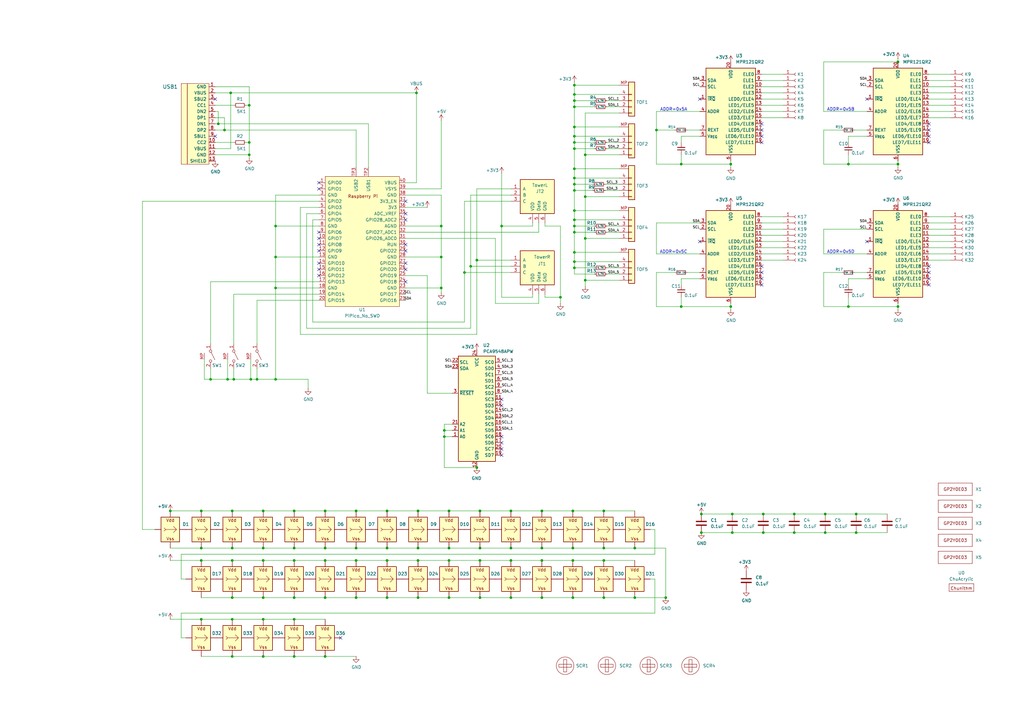
<source format=kicad_sch>
(kicad_sch (version 20250114) (generator "eeschema") (generator_version "9.0")
  (paper "A3")
  (text "ADDR=0x5C" (at 281.94 104.14 0) (effects (font (size 1.27 1.27)) (justify right bottom)))
  (text "ADDR=0x5D" (at 350.52 104.14 0) (effects (font (size 1.27 1.27)) (justify right bottom)))
  (text "ADDR=0x5A" (at 281.94 45.72 0) (effects (font (size 1.27 1.27)) (justify right bottom)))
  (text "ADDR=0x5B" (at 350.52 45.72 0) (effects (font (size 1.27 1.27)) (justify right bottom)))
  (junction (at 235.585 55.88))
  (junction (at 235.585 95.25))
  (junction (at 120.65 224.79))
  (junction (at 234.95 245.11))
  (junction (at 158.75 209.55))
  (junction (at 92.075 53.34))
  (junction (at 338.455 218.44))
  (junction (at 195.58 106.68))
  (junction (at 107.95 224.79))
  (junction (at 247.65 245.11))
  (junction (at 133.35 269.24))
  (junction (at 120.65 254))
  (junction (at 260.35 245.11))
  (junction (at 247.65 209.55))
  (junction (at 95.885 155.575))
  (junction (at 260.35 224.79))
  (junction (at 235.585 109.855))
  (junction (at 182.245 179.07))
  (junction (at 235.585 78.105))
  (junction (at 222.25 229.87))
  (junction (at 190.5 111.76))
  (junction (at 196.85 224.79))
  (junction (at 146.05 229.87))
  (junction (at 182.245 176.53))
  (junction (at 235.585 90.17))
  (junction (at 235.585 43.815))
  (junction (at 171.45 209.55))
  (junction (at 82.55 254))
  (junction (at 120.65 269.24))
  (junction (at 299.72 125.73))
  (junction (at 133.35 224.79))
  (junction (at 82.55 229.87))
  (junction (at 107.95 245.11))
  (junction (at 240.03 97.79))
  (junction (at 120.65 209.55))
  (junction (at 146.05 224.79))
  (junction (at 368.3 67.31))
  (junction (at 158.75 229.87))
  (junction (at 300.355 218.44))
  (junction (at 287.655 210.82))
  (junction (at 235.585 38.735))
  (junction (at 235.585 52.07))
  (junction (at 269.24 53.34))
  (junction (at 196.85 209.55))
  (junction (at 234.95 224.79))
  (junction (at 235.585 73.025))
  (junction (at 171.45 245.11))
  (junction (at 193.04 109.22))
  (junction (at 113.03 105.41))
  (junction (at 184.15 229.87))
  (junction (at 94.615 38.1))
  (junction (at 95.25 224.79))
  (junction (at 287.655 218.44))
  (junction (at 113.03 118.11))
  (junction (at 170.815 38.1))
  (junction (at 351.155 218.44))
  (junction (at 351.155 210.82))
  (junction (at 102.235 63.5))
  (junction (at 195.58 191.77))
  (junction (at 95.25 245.11))
  (junction (at 235.585 107.315))
  (junction (at 171.45 229.87))
  (junction (at 113.03 92.71))
  (junction (at 133.35 209.55))
  (junction (at 93.345 155.575))
  (junction (at 184.15 245.11))
  (junction (at 146.05 209.55))
  (junction (at 235.585 103.505))
  (junction (at 235.585 69.215))
  (junction (at 299.72 67.31))
  (junction (at 325.755 210.82))
  (junction (at 247.65 229.87))
  (junction (at 240.03 114.935))
  (junction (at 105.41 155.575))
  (junction (at 247.65 224.79))
  (junction (at 325.755 218.44))
  (junction (at 95.25 229.87))
  (junction (at 184.15 224.79))
  (junction (at 209.55 245.11))
  (junction (at 235.585 75.565))
  (junction (at 300.355 210.82))
  (junction (at 86.36 155.575))
  (junction (at 107.95 254))
  (junction (at 205.74 92.71))
  (junction (at 235.585 41.275))
  (junction (at 171.45 224.79))
  (junction (at 158.75 245.11))
  (junction (at 313.055 210.82))
  (junction (at 279.4 67.31))
  (junction (at 229.87 121.92))
  (junction (at 107.95 269.24))
  (junction (at 133.35 245.11))
  (junction (at 338.455 210.82))
  (junction (at 107.95 229.87))
  (junction (at 235.585 92.71))
  (junction (at 102.235 58.42))
  (junction (at 120.65 229.87))
  (junction (at 102.235 43.18))
  (junction (at 95.25 269.24))
  (junction (at 273.05 245.11))
  (junction (at 235.585 86.36))
  (junction (at 120.65 245.11))
  (junction (at 82.55 209.55))
  (junction (at 234.95 209.55))
  (junction (at 222.25 224.79))
  (junction (at 209.55 209.55))
  (junction (at 240.03 63.5))
  (junction (at 95.25 254))
  (junction (at 133.35 229.87))
  (junction (at 107.95 209.55))
  (junction (at 146.05 245.11))
  (junction (at 347.98 67.31))
  (junction (at 209.55 229.87))
  (junction (at 235.585 58.42))
  (junction (at 209.55 224.79))
  (junction (at 95.25 209.55))
  (junction (at 222.25 245.11))
  (junction (at 196.85 229.87))
  (junction (at 102.87 155.575))
  (junction (at 222.25 209.55))
  (junction (at 69.85 209.55))
  (junction (at 235.585 34.925))
  (junction (at 180.975 105.41))
  (junction (at 240.03 80.645))
  (junction (at 180.975 92.71))
  (junction (at 368.3 125.73))
  (junction (at 113.03 155.575))
  (junction (at 82.55 224.79))
  (junction (at 158.75 224.79))
  (junction (at 347.98 125.73))
  (junction (at 368.3 25.4))
  (junction (at 89.535 50.8))
  (junction (at 279.4 125.73))
  (junction (at 313.055 218.44))
  (junction (at 234.95 229.87))
  (junction (at 180.975 118.11))
  (junction (at 196.85 245.11))
  (junction (at 235.585 60.96))
  (junction (at 184.15 209.55))
  (no_connect (at 381 109.22))
  (no_connect (at 312.42 109.22))
  (no_connect (at 355.6 99.06))
  (no_connect (at 205.74 184.15))
  (no_connect (at 312.42 55.88))
  (no_connect (at 381 50.8))
  (no_connect (at 205.74 186.69))
  (no_connect (at 381 53.34))
  (no_connect (at 130.81 97.79))
  (no_connect (at 287.02 99.06))
  (no_connect (at 381 55.88))
  (no_connect (at 88.265 40.64))
  (no_connect (at 88.265 55.88))
  (no_connect (at 166.37 100.33))
  (no_connect (at 166.37 102.87))
  (no_connect (at 166.37 107.95))
  (no_connect (at 166.37 110.49))
  (no_connect (at 166.37 82.55))
  (no_connect (at 166.37 87.63))
  (no_connect (at 312.42 116.84))
  (no_connect (at 166.37 90.17))
  (no_connect (at 381 116.84))
  (no_connect (at 130.81 102.87))
  (no_connect (at 130.81 110.49))
  (no_connect (at 381 111.76))
  (no_connect (at 205.74 181.61))
  (no_connect (at 312.42 58.42))
  (no_connect (at 130.81 77.47))
  (no_connect (at 205.74 166.37))
  (no_connect (at 205.74 163.83))
  (no_connect (at 166.37 115.57))
  (no_connect (at 130.81 95.25))
  (no_connect (at 130.81 107.95))
  (no_connect (at 381 58.42))
  (no_connect (at 130.81 74.93))
  (no_connect (at 205.74 179.07))
  (no_connect (at 287.02 40.64))
  (no_connect (at 130.81 113.03))
  (no_connect (at 381 114.3))
  (no_connect (at 312.42 114.3))
  (no_connect (at 355.6 40.64))
  (no_connect (at 139.7 261.62))
  (no_connect (at 312.42 50.8))
  (no_connect (at 130.81 100.33))
  (no_connect (at 312.42 111.76))
  (no_connect (at 312.42 53.34))
  (wire (pts (xy 248.285 78.105) (xy 254 78.105)))
  (wire (pts (xy 287.02 104.14) (xy 269.24 104.14)))
  (wire (pts (xy 368.3 66.04) (xy 368.3 67.31)))
  (wire (pts (xy 279.4 67.31) (xy 299.72 67.31)))
  (wire (pts (xy 102.235 35.56) (xy 102.235 43.18)))
  (wire (pts (xy 248.92 95.25) (xy 254 95.25)))
  (wire (pts (xy 166.37 85.09) (xy 175.26 85.09)))
  (wire (pts (xy 113.03 105.41) (xy 130.81 105.41)))
  (wire (pts (xy 113.03 80.01) (xy 113.03 92.71)))
  (wire (pts (xy 235.585 90.17) (xy 235.585 92.71)))
  (wire (pts (xy 171.45 224.79) (xy 184.15 224.79)))
  (wire (pts (xy 190.5 111.76) (xy 209.55 111.76)))
  (wire (pts (xy 312.42 43.18) (xy 321.31 43.18)))
  (wire (pts (xy 113.03 118.11) (xy 130.81 118.11)))
  (wire (pts (xy 182.245 173.99) (xy 182.245 176.53)))
  (wire (pts (xy 240.03 114.935) (xy 240.03 117.475)))
  (wire (pts (xy 337.82 53.34) (xy 337.82 67.31)))
  (wire (pts (xy 229.87 92.71) (xy 229.87 121.92)))
  (wire (pts (xy 235.585 52.07) (xy 235.585 55.88)))
  (wire (pts (xy 248.92 92.71) (xy 254 92.71)))
  (wire (pts (xy 222.25 224.79) (xy 234.95 224.79)))
  (wire (pts (xy 166.37 118.11) (xy 180.975 118.11)))
  (wire (pts (xy 235.585 73.025) (xy 235.585 75.565)))
  (wire (pts (xy 312.42 33.02) (xy 321.31 33.02)))
  (wire (pts (xy 102.87 155.575) (xy 95.885 155.575)))
  (wire (pts (xy 312.42 48.26) (xy 321.31 48.26)))
  (wire (pts (xy 351.155 218.44) (xy 363.855 218.44)))
  (wire (pts (xy 88.265 50.8) (xy 89.535 50.8)))
  (wire (pts (xy 120.65 254) (xy 133.35 254)))
  (wire (pts (xy 247.65 209.55) (xy 260.35 209.55)))
  (wire (pts (xy 312.42 38.1) (xy 321.31 38.1)))
  (wire (pts (xy 235.585 75.565) (xy 243.205 75.565)))
  (wire (pts (xy 94.615 60.96) (xy 94.615 38.1)))
  (wire (pts (xy 240.03 80.645) (xy 240.03 97.79)))
  (wire (pts (xy 389.89 101.6) (xy 381 101.6)))
  (wire (pts (xy 146.05 209.55) (xy 158.75 209.55)))
  (wire (pts (xy 180.975 80.01) (xy 180.975 92.71)))
  (wire (pts (xy 195.58 106.68) (xy 209.55 106.68)))
  (wire (pts (xy 268.605 217.17) (xy 268.605 227.33)))
  (wire (pts (xy 69.85 229.87) (xy 82.55 229.87)))
  (wire (pts (xy 299.72 127) (xy 299.72 125.73)))
  (wire (pts (xy 368.3 125.73) (xy 368.3 124.46)))
  (wire (pts (xy 240.03 46.355) (xy 254 46.355)))
  (wire (pts (xy 86.36 155.575) (xy 86.36 151.13)))
  (wire (pts (xy 182.245 176.53) (xy 182.245 179.07)))
  (wire (pts (xy 389.89 33.02) (xy 381 33.02)))
  (wire (pts (xy 268.605 227.33) (xy 74.295 227.33)))
  (wire (pts (xy 235.585 75.565) (xy 235.585 78.105)))
  (wire (pts (xy 125.73 134.62) (xy 193.04 134.62)))
  (wire (pts (xy 95.25 224.79) (xy 107.95 224.79)))
  (wire (pts (xy 95.885 155.575) (xy 93.345 155.575)))
  (wire (pts (xy 74.295 261.62) (xy 76.2 261.62)))
  (wire (pts (xy 196.85 224.79) (xy 209.55 224.79)))
  (wire (pts (xy 128.27 90.17) (xy 128.27 132.08)))
  (wire (pts (xy 223.52 91.44) (xy 223.52 92.71)))
  (wire (pts (xy 266.7 217.17) (xy 268.605 217.17)))
  (wire (pts (xy 83.82 155.575) (xy 86.36 155.575)))
  (wire (pts (xy 269.24 53.34) (xy 269.24 67.31)))
  (wire (pts (xy 312.42 45.72) (xy 321.31 45.72)))
  (wire (pts (xy 235.585 90.17) (xy 254 90.17)))
  (wire (pts (xy 234.95 209.55) (xy 247.65 209.55)))
  (wire (pts (xy 347.98 121.92) (xy 347.98 125.73)))
  (wire (pts (xy 235.585 103.505) (xy 235.585 107.315)))
  (wire (pts (xy 269.24 91.44) (xy 287.02 91.44)))
  (wire (pts (xy 312.42 30.48) (xy 321.31 30.48)))
  (wire (pts (xy 337.82 67.31) (xy 347.98 67.31)))
  (wire (pts (xy 321.31 104.14) (xy 312.42 104.14)))
  (wire (pts (xy 130.81 85.09) (xy 123.19 85.09)))
  (wire (pts (xy 95.25 254) (xy 107.95 254)))
  (wire (pts (xy 287.02 45.72) (xy 269.24 45.72)))
  (wire (pts (xy 240.03 114.935) (xy 254 114.935)))
  (wire (pts (xy 235.585 78.105) (xy 243.205 78.105)))
  (wire (pts (xy 287.02 55.88) (xy 279.4 55.88)))
  (wire (pts (xy 146.05 53.34) (xy 92.075 53.34)))
  (wire (pts (xy 175.26 113.03) (xy 175.26 161.29)))
  (wire (pts (xy 222.25 229.87) (xy 234.95 229.87)))
  (wire (pts (xy 95.25 245.11) (xy 107.95 245.11)))
  (wire (pts (xy 248.92 41.275) (xy 254 41.275)))
  (wire (pts (xy 107.95 269.24) (xy 120.65 269.24)))
  (wire (pts (xy 312.42 35.56) (xy 321.31 35.56)))
  (wire (pts (xy 389.89 91.44) (xy 381 91.44)))
  (wire (pts (xy 273.05 245.11) (xy 273.05 224.79)))
  (wire (pts (xy 193.04 109.22) (xy 193.04 80.01)))
  (wire (pts (xy 229.87 121.92) (xy 229.87 124.46)))
  (wire (pts (xy 171.45 245.11) (xy 184.15 245.11)))
  (wire (pts (xy 196.85 229.87) (xy 209.55 229.87)))
  (wire (pts (xy 279.4 114.3) (xy 287.02 114.3)))
  (wire (pts (xy 235.585 58.42) (xy 243.84 58.42)))
  (wire (pts (xy 235.585 60.96) (xy 243.84 60.96)))
  (wire (pts (xy 321.31 96.52) (xy 312.42 96.52)))
  (wire (pts (xy 234.95 224.79) (xy 247.65 224.79)))
  (wire (pts (xy 175.26 161.29) (xy 185.42 161.29)))
  (wire (pts (xy 107.95 245.11) (xy 120.65 245.11)))
  (wire (pts (xy 269.24 53.34) (xy 276.86 53.34)))
  (wire (pts (xy 107.95 229.87) (xy 120.65 229.87)))
  (wire (pts (xy 235.585 41.275) (xy 235.585 43.815)))
  (wire (pts (xy 113.03 92.71) (xy 113.03 105.41)))
  (wire (pts (xy 248.92 58.42) (xy 254 58.42)))
  (wire (pts (xy 180.975 118.11) (xy 180.975 120.015)))
  (wire (pts (xy 260.35 224.79) (xy 273.05 224.79)))
  (wire (pts (xy 130.81 120.65) (xy 95.885 120.65)))
  (wire (pts (xy 82.55 229.87) (xy 95.25 229.87)))
  (wire (pts (xy 337.82 45.72) (xy 337.82 25.4)))
  (wire (pts (xy 299.72 125.73) (xy 279.4 125.73)))
  (wire (pts (xy 368.3 125.73) (xy 347.98 125.73)))
  (wire (pts (xy 389.89 30.48) (xy 381 30.48)))
  (wire (pts (xy 82.55 254) (xy 95.25 254)))
  (wire (pts (xy 321.31 93.98) (xy 312.42 93.98)))
  (wire (pts (xy 218.44 120.65) (xy 218.44 121.92)))
  (wire (pts (xy 133.35 224.79) (xy 146.05 224.79)))
  (wire (pts (xy 235.585 109.855) (xy 243.84 109.855)))
  (wire (pts (xy 300.355 210.82) (xy 313.055 210.82)))
  (wire (pts (xy 389.89 93.98) (xy 381 93.98)))
  (wire (pts (xy 281.94 53.34) (xy 287.02 53.34)))
  (wire (pts (xy 185.42 173.99) (xy 182.245 173.99)))
  (wire (pts (xy 58.42 82.55) (xy 58.42 217.17)))
  (wire (pts (xy 120.65 209.55) (xy 133.35 209.55)))
  (wire (pts (xy 128.27 132.08) (xy 190.5 132.08)))
  (wire (pts (xy 347.98 55.88) (xy 347.98 58.42)))
  (wire (pts (xy 133.35 209.55) (xy 146.05 209.55)))
  (wire (pts (xy 182.245 179.07) (xy 182.245 191.77)))
  (wire (pts (xy 190.5 82.55) (xy 209.55 82.55)))
  (wire (pts (xy 89.535 45.72) (xy 89.535 50.8)))
  (wire (pts (xy 235.585 58.42) (xy 235.585 60.96)))
  (wire (pts (xy 220.98 91.44) (xy 220.98 95.25)))
  (wire (pts (xy 151.13 50.8) (xy 89.535 50.8)))
  (wire (pts (xy 107.95 254) (xy 120.65 254)))
  (wire (pts (xy 235.585 86.36) (xy 235.585 90.17)))
  (wire (pts (xy 83.82 147.32) (xy 83.82 155.575)))
  (wire (pts (xy 313.055 218.44) (xy 325.755 218.44)))
  (wire (pts (xy 235.585 86.36) (xy 254 86.36)))
  (wire (pts (xy 389.89 88.9) (xy 381 88.9)))
  (wire (pts (xy 389.89 104.14) (xy 381 104.14)))
  (wire (pts (xy 95.25 269.24) (xy 107.95 269.24)))
  (wire (pts (xy 299.72 125.73) (xy 299.72 124.46)))
  (wire (pts (xy 209.55 209.55) (xy 222.25 209.55)))
  (wire (pts (xy 337.82 93.98) (xy 355.6 93.98)))
  (wire (pts (xy 171.45 229.87) (xy 184.15 229.87)))
  (wire (pts (xy 209.55 229.87) (xy 222.25 229.87)))
  (wire (pts (xy 389.89 48.26) (xy 381 48.26)))
  (wire (pts (xy 240.03 63.5) (xy 254 63.5)))
  (wire (pts (xy 88.265 63.5) (xy 102.235 63.5)))
  (wire (pts (xy 92.075 48.26) (xy 92.075 53.34)))
  (wire (pts (xy 146.05 245.11) (xy 158.75 245.11)))
  (wire (pts (xy 93.345 155.575) (xy 86.36 155.575)))
  (wire (pts (xy 182.245 191.77) (xy 195.58 191.77)))
  (wire (pts (xy 95.885 151.13) (xy 95.885 155.575)))
  (wire (pts (xy 182.245 176.53) (xy 185.42 176.53)))
  (wire (pts (xy 235.585 73.025) (xy 254 73.025)))
  (wire (pts (xy 195.58 106.68) (xy 195.58 77.47)))
  (wire (pts (xy 321.31 106.68) (xy 312.42 106.68)))
  (wire (pts (xy 234.95 229.87) (xy 247.65 229.87)))
  (wire (pts (xy 113.03 155.575) (xy 105.41 155.575)))
  (wire (pts (xy 337.82 125.73) (xy 337.82 111.76)))
  (wire (pts (xy 235.585 107.315) (xy 254 107.315)))
  (wire (pts (xy 82.55 209.55) (xy 95.25 209.55)))
  (wire (pts (xy 389.89 96.52) (xy 381 96.52)))
  (wire (pts (xy 175.26 113.03) (xy 166.37 113.03)))
  (wire (pts (xy 235.585 38.735) (xy 235.585 41.275)))
  (wire (pts (xy 126.365 155.575) (xy 126.365 159.385)))
  (wire (pts (xy 337.82 111.76) (xy 345.44 111.76)))
  (wire (pts (xy 347.98 67.31) (xy 368.3 67.31)))
  (wire (pts (xy 321.31 101.6) (xy 312.42 101.6)))
  (wire (pts (xy 182.245 179.07) (xy 185.42 179.07)))
  (wire (pts (xy 120.65 224.79) (xy 133.35 224.79)))
  (wire (pts (xy 234.95 245.11) (xy 247.65 245.11)))
  (wire (pts (xy 222.25 245.11) (xy 234.95 245.11)))
  (wire (pts (xy 240.03 46.355) (xy 240.03 63.5)))
  (wire (pts (xy 268.605 251.46) (xy 74.295 251.46)))
  (wire (pts (xy 146.05 68.58) (xy 146.05 53.34)))
  (wire (pts (xy 281.94 111.76) (xy 287.02 111.76)))
  (wire (pts (xy 58.42 217.17) (xy 63.5 217.17)))
  (wire (pts (xy 287.655 218.44) (xy 300.355 218.44)))
  (wire (pts (xy 171.45 209.55) (xy 184.15 209.55)))
  (wire (pts (xy 368.3 127) (xy 368.3 125.73)))
  (wire (pts (xy 235.585 103.505) (xy 254 103.505)))
  (wire (pts (xy 389.89 106.68) (xy 381 106.68)))
  (wire (pts (xy 347.98 114.3) (xy 355.6 114.3)))
  (wire (pts (xy 279.4 55.88) (xy 279.4 58.42)))
  (wire (pts (xy 74.295 237.49) (xy 76.2 237.49)))
  (wire (pts (xy 88.265 60.96) (xy 94.615 60.96)))
  (wire (pts (xy 113.03 155.575) (xy 126.365 155.575)))
  (wire (pts (xy 279.4 125.73) (xy 269.24 125.73)))
  (wire (pts (xy 94.615 38.1) (xy 170.815 38.1)))
  (wire (pts (xy 195.58 137.16) (xy 195.58 106.68)))
  (wire (pts (xy 235.585 38.735) (xy 254 38.735)))
  (wire (pts (xy 389.89 35.56) (xy 381 35.56)))
  (wire (pts (xy 240.03 80.645) (xy 254 80.645)))
  (wire (pts (xy 248.92 112.395) (xy 254 112.395)))
  (wire (pts (xy 269.24 125.73) (xy 269.24 111.76)))
  (wire (pts (xy 88.265 53.34) (xy 92.075 53.34)))
  (wire (pts (xy 130.81 87.63) (xy 125.73 87.63)))
  (wire (pts (xy 95.25 209.55) (xy 107.95 209.55)))
  (wire (pts (xy 74.295 227.33) (xy 74.295 237.49)))
  (wire (pts (xy 95.885 120.65) (xy 95.885 140.97)))
  (wire (pts (xy 74.295 251.46) (xy 74.295 261.62)))
  (wire (pts (xy 190.5 132.08) (xy 190.5 111.76)))
  (wire (pts (xy 220.98 120.65) (xy 220.98 124.46)))
  (wire (pts (xy 279.4 63.5) (xy 279.4 67.31)))
  (wire (pts (xy 321.31 91.44) (xy 312.42 91.44)))
  (wire (pts (xy 195.58 77.47) (xy 209.55 77.47)))
  (wire (pts (xy 95.25 229.87) (xy 107.95 229.87)))
  (wire (pts (xy 203.2 124.46) (xy 203.2 97.79)))
  (wire (pts (xy 88.265 58.42) (xy 95.885 58.42)))
  (wire (pts (xy 120.65 245.11) (xy 133.35 245.11)))
  (wire (pts (xy 248.285 75.565) (xy 254 75.565)))
  (wire (pts (xy 279.4 121.92) (xy 279.4 125.73)))
  (wire (pts (xy 107.95 224.79) (xy 120.65 224.79)))
  (wire (pts (xy 105.41 151.13) (xy 105.41 155.575)))
  (wire (pts (xy 146.05 229.87) (xy 158.75 229.87)))
  (wire (pts (xy 113.03 105.41) (xy 113.03 118.11)))
  (wire (pts (xy 300.355 218.44) (xy 313.055 218.44)))
  (wire (pts (xy 299.72 67.31) (xy 299.72 66.04)))
  (wire (pts (xy 88.265 43.18) (xy 95.885 43.18)))
  (wire (pts (xy 235.585 43.815) (xy 235.585 52.07)))
  (wire (pts (xy 313.055 210.82) (xy 325.755 210.82)))
  (wire (pts (xy 312.42 40.64) (xy 321.31 40.64)))
  (wire (pts (xy 107.95 209.55) (xy 120.65 209.55)))
  (wire (pts (xy 347.98 55.88) (xy 355.6 55.88)))
  (wire (pts (xy 102.87 147.32) (xy 102.87 155.575)))
  (wire (pts (xy 235.585 107.315) (xy 235.585 109.855)))
  (wire (pts (xy 166.37 123.19) (xy 165.735 123.19)))
  (wire (pts (xy 235.585 52.07) (xy 254 52.07)))
  (wire (pts (xy 368.3 24.13) (xy 368.3 25.4)))
  (wire (pts (xy 247.65 224.79) (xy 260.35 224.79)))
  (wire (pts (xy 102.235 58.42) (xy 100.965 58.42)))
  (wire (pts (xy 389.89 45.72) (xy 381 45.72)))
  (wire (pts (xy 86.36 115.57) (xy 86.36 140.97)))
  (wire (pts (xy 82.55 269.24) (xy 95.25 269.24)))
  (wire (pts (xy 218.44 121.92) (xy 205.74 121.92)))
  (wire (pts (xy 248.92 43.815) (xy 254 43.815)))
  (wire (pts (xy 337.82 104.14) (xy 337.82 93.98)))
  (wire (pts (xy 120.65 269.24) (xy 133.35 269.24)))
  (wire (pts (xy 266.7 237.49) (xy 268.605 237.49)))
  (wire (pts (xy 123.19 85.09) (xy 123.19 137.16)))
  (wire (pts (xy 235.585 92.71) (xy 235.585 95.25)))
  (wire (pts (xy 299.72 67.31) (xy 299.72 68.58)))
  (wire (pts (xy 269.24 111.76) (xy 276.86 111.76)))
  (wire (pts (xy 235.585 60.96) (xy 235.585 69.215)))
  (wire (pts (xy 196.85 245.11) (xy 209.55 245.11)))
  (wire (pts (xy 248.92 60.96) (xy 254 60.96)))
  (wire (pts (xy 88.265 35.56) (xy 102.235 35.56)))
  (wire (pts (xy 82.55 245.11) (xy 95.25 245.11)))
  (wire (pts (xy 88.265 38.1) (xy 94.615 38.1)))
  (wire (pts (xy 268.605 237.49) (xy 268.605 251.46)))
  (wire (pts (xy 235.585 92.71) (xy 243.84 92.71)))
  (wire (pts (xy 248.92 109.855) (xy 254 109.855)))
  (wire (pts (xy 223.52 121.92) (xy 229.87 121.92)))
  (wire (pts (xy 347.98 63.5) (xy 347.98 67.31)))
  (wire (pts (xy 184.15 224.79) (xy 196.85 224.79)))
  (wire (pts (xy 235.585 69.215) (xy 254 69.215)))
  (wire (pts (xy 235.585 41.275) (xy 243.84 41.275)))
  (wire (pts (xy 184.15 229.87) (xy 196.85 229.87)))
  (wire (pts (xy 166.37 95.25) (xy 220.98 95.25)))
  (wire (pts (xy 338.455 218.44) (xy 351.155 218.44)))
  (wire (pts (xy 158.75 209.55) (xy 171.45 209.55)))
  (wire (pts (xy 170.815 38.1) (xy 170.815 74.93)))
  (wire (pts (xy 113.03 92.71) (xy 130.81 92.71)))
  (wire (pts (xy 180.975 49.53) (xy 180.975 77.47)))
  (wire (pts (xy 130.81 80.01) (xy 113.03 80.01)))
  (wire (pts (xy 269.24 104.14) (xy 269.24 91.44)))
  (wire (pts (xy 279.4 114.3) (xy 279.4 116.84)))
  (wire (pts (xy 180.975 105.41) (xy 180.975 118.11)))
  (wire (pts (xy 337.82 25.4) (xy 368.3 25.4)))
  (wire (pts (xy 105.41 123.19) (xy 105.41 140.97)))
  (wire (pts (xy 166.37 120.65) (xy 165.735 120.65)))
  (wire (pts (xy 69.85 254) (xy 82.55 254)))
  (wire (pts (xy 235.585 33.655) (xy 235.585 34.925)))
  (wire (pts (xy 146.05 224.79) (xy 158.75 224.79)))
  (wire (pts (xy 158.75 224.79) (xy 171.45 224.79)))
  (wire (pts (xy 235.585 112.395) (xy 243.84 112.395)))
  (wire (pts (xy 130.81 90.17) (xy 128.27 90.17)))
  (wire (pts (xy 269.24 45.72) (xy 269.24 53.34)))
  (wire (pts (xy 133.35 269.24) (xy 146.05 269.24)))
  (wire (pts (xy 166.37 80.01) (xy 180.975 80.01)))
  (wire (pts (xy 120.65 229.87) (xy 133.35 229.87)))
  (wire (pts (xy 321.31 99.06) (xy 312.42 99.06)))
  (wire (pts (xy 240.03 63.5) (xy 240.03 80.645)))
  (wire (pts (xy 218.44 92.71) (xy 218.44 91.44)))
  (wire (pts (xy 338.455 210.82) (xy 351.155 210.82)))
  (wire (pts (xy 158.75 229.87) (xy 171.45 229.87)))
  (wire (pts (xy 123.19 137.16) (xy 195.58 137.16)))
  (wire (pts (xy 166.37 105.41) (xy 180.975 105.41)))
  (wire (pts (xy 389.89 99.06) (xy 381 99.06)))
  (wire (pts (xy 133.35 229.87) (xy 146.05 229.87)))
  (wire (pts (xy 193.04 134.62) (xy 193.04 109.22)))
  (wire (pts (xy 102.235 43.18) (xy 102.235 58.42)))
  (wire (pts (xy 235.585 95.25) (xy 243.84 95.25)))
  (wire (pts (xy 133.35 245.11) (xy 146.05 245.11)))
  (wire (pts (xy 368.3 67.31) (xy 368.3 68.58)))
  (wire (pts (xy 82.55 224.79) (xy 95.25 224.79)))
  (wire (pts (xy 180.975 92.71) (xy 180.975 105.41)))
  (wire (pts (xy 196.85 209.55) (xy 209.55 209.55)))
  (wire (pts (xy 102.235 63.5) (xy 102.235 64.77)))
  (wire (pts (xy 325.755 218.44) (xy 338.455 218.44)))
  (wire (pts (xy 247.65 229.87) (xy 260.35 229.87)))
  (wire (pts (xy 389.89 43.18) (xy 381 43.18)))
  (wire (pts (xy 205.74 92.71) (xy 205.74 121.92)))
  (wire (pts (xy 235.585 95.25) (xy 235.585 103.505)))
  (wire (pts (xy 240.03 97.79) (xy 240.03 114.935)))
  (wire (pts (xy 93.345 147.32) (xy 93.345 155.575)))
  (wire (pts (xy 355.6 45.72) (xy 337.82 45.72)))
  (wire (pts (xy 269.24 67.31) (xy 279.4 67.31)))
  (wire (pts (xy 184.15 245.11) (xy 196.85 245.11)))
  (wire (pts (xy 166.37 92.71) (xy 180.975 92.71)))
  (wire (pts (xy 347.98 125.73) (xy 337.82 125.73)))
  (wire (pts (xy 209.55 224.79) (xy 222.25 224.79)))
  (wire (pts (xy 130.81 115.57) (xy 86.36 115.57)))
  (wire (pts (xy 247.65 245.11) (xy 260.35 245.11)))
  (wire (pts (xy 260.35 245.11) (xy 273.05 245.11)))
  (wire (pts (xy 350.52 111.76) (xy 355.6 111.76)))
  (wire (pts (xy 184.15 209.55) (xy 196.85 209.55)))
  (wire (pts (xy 205.74 71.12) (xy 205.74 92.71)))
  (wire (pts (xy 235.585 55.88) (xy 254 55.88)))
  (wire (pts (xy 235.585 69.215) (xy 235.585 73.025)))
  (wire (pts (xy 125.73 87.63) (xy 125.73 134.62)))
  (wire (pts (xy 158.75 245.11) (xy 171.45 245.11)))
  (wire (pts (xy 223.52 120.65) (xy 223.52 121.92)))
  (wire (pts (xy 88.265 48.26) (xy 92.075 48.26)))
  (wire (pts (xy 102.235 58.42) (xy 102.235 63.5)))
  (wire (pts (xy 321.31 88.9) (xy 312.42 88.9)))
  (wire (pts (xy 209.55 245.11) (xy 222.25 245.11)))
  (wire (pts (xy 130.81 123.19) (xy 105.41 123.19)))
  (wire (pts (xy 190.5 111.76) (xy 190.5 82.55)))
  (wire (pts (xy 222.25 209.55) (xy 234.95 209.55)))
  (wire (pts (xy 287.655 210.82) (xy 300.355 210.82)))
  (wire (pts (xy 88.265 45.72) (xy 89.535 45.72)))
  (wire (pts (xy 355.6 104.14) (xy 337.82 104.14)))
  (wire (pts (xy 193.04 80.01) (xy 209.55 80.01)))
  (wire (pts (xy 223.52 92.71) (xy 229.87 92.71)))
  (wire (pts (xy 345.44 53.34) (xy 337.82 53.34)))
  (wire (pts (xy 102.235 43.18) (xy 100.965 43.18)))
  (wire (pts (xy 69.85 224.79) (xy 82.55 224.79)))
  (wire (pts (xy 235.585 34.925) (xy 235.585 38.735)))
  (wire (pts (xy 166.37 74.93) (xy 170.815 74.93)))
  (wire (pts (xy 389.89 40.64) (xy 381 40.64)))
  (wire (pts (xy 166.37 77.47) (xy 180.975 77.47)))
  (wire (pts (xy 389.89 38.1) (xy 381 38.1)))
  (wire (pts (xy 347.98 114.3) (xy 347.98 116.84)))
  (wire (pts (xy 235.585 43.815) (xy 243.84 43.815)))
  (wire (pts (xy 69.85 209.55) (xy 82.55 209.55)))
  (wire (pts (xy 350.52 53.34) (xy 355.6 53.34)))
  (wire (pts (xy 203.2 124.46) (xy 220.98 124.46)))
  (wire (pts (xy 151.13 68.58) (xy 151.13 50.8)))
  (wire (pts (xy 235.585 78.105) (xy 235.585 86.36)))
  (wire (pts (xy 113.03 118.11) (xy 113.03 155.575)))
  (wire (pts (xy 203.2 97.79) (xy 166.37 97.79)))
  (wire (pts (xy 325.755 210.82) (xy 338.455 210.82)))
  (wire (pts (xy 205.74 92.71) (xy 218.44 92.71)))
  (wire (pts (xy 240.03 97.79) (xy 254 97.79)))
  (wire (pts (xy 235.585 55.88) (xy 235.585 58.42)))
  (wire (pts (xy 130.81 82.55) (xy 58.42 82.55)))
  (wire (pts (xy 235.585 34.925) (xy 254 34.925)))
  (wire (pts (xy 193.04 109.22) (xy 209.55 109.22)))
  (wire (pts (xy 105.41 155.575) (xy 102.87 155.575)))
  (wire (pts (xy 235.585 109.855) (xy 235.585 112.395)))
  (wire (pts (xy 351.155 210.82) (xy 363.855 210.82)))
  (label "SCL_2" (at 254 58.42 180) (effects (font (size 1 1))))
  (label "SDA_3" (at 253.365 78.105 180) (effects (font (size 1 1))))
  (label "SCL" (at 355.6 93.98 180) (effects (font (size 1 1))))
  (label "SCL_2" (at 205.74 168.91 0) (effects (font (size 1 1))))
  (label "SDA_5" (at 205.74 156.21 0) (effects (font (size 1 1))))
  (label "SDA" (at 355.6 91.44 180) (effects (font (size 1 1))))
  (label "SCL_4" (at 254 92.71 180) (effects (font (size 1 1))))
  (label "SDA_4" (at 205.74 161.29 0) (effects (font (size 1 1))))
  (label "SCL" (at 287.02 93.98 180) (effects (font (size 1 1))))
  (label "SCL_1" (at 254 41.275 180) (effects (font (size 1 1))))
  (label "SCL_4" (at 205.74 158.75 0) (effects (font (size 1 1))))
  (label "SDA_2" (at 254 60.96 180) (effects (font (size 1 1))))
  (label "SCL_3" (at 253.365 75.565 180) (effects (font (size 1 1))))
  (label "SDA" (at 185.42 151.13 180) (effects (font (size 1 1))))
  (label "SCL_1" (at 205.74 173.99 0) (effects (font (size 1 1))))
  (label "SDA_3" (at 205.74 151.13 0) (effects (font (size 1 1))))
  (label "SDA_5" (at 254 112.395 180) (effects (font (size 1 1))))
  (label "SCL" (at 287.02 35.56 180) (effects (font (size 1 1))))
  (label "SDA_4" (at 254 95.25 180) (effects (font (size 1 1))))
  (label "SDA" (at 287.02 91.44 180) (effects (font (size 1 1))))
  (label "SCL_3" (at 205.74 148.59 0) (effects (font (size 1 1))))
  (label "SDA" (at 355.6 33.02 180) (effects (font (size 1 1))))
  (label "SCL_5" (at 205.74 153.67 0) (effects (font (size 1 1))))
  (label "SDA_2" (at 205.74 171.45 0) (effects (font (size 1 1))))
  (label "SCL" (at 165.735 120.65 0) (effects (font (size 1 1))))
  (label "SDA" (at 165.735 123.19 0) (effects (font (size 1 1))))
  (label "SCL" (at 185.42 148.59 180) (effects (font (size 1 1))))
  (label "SCL" (at 355.6 35.56 180) (effects (font (size 1 1))))
  (label "SDA_1" (at 254 43.815 180) (effects (font (size 1 1))))
  (label "SDA" (at 287.02 33.02 180) (effects (font (size 1 1))))
  (label "SDA_1" (at 205.74 176.53 0) (effects (font (size 1 1))))
  (label "SCL_5" (at 254 109.855 180) (effects (font (size 1 1))))
  (symbol (lib_id "Type-C:HRO-TYPE-C-31-M-12") (at 85.725 49.53 0) (unit 1)
    (property "Reference" "USB1" (at 66.675 35.56 0) (effects (font (size 1.524 1.524)) (justify left)))
    (property "Value" "U262-161N-4BVC11" (effects (hide yes)))
    (property "Footprint" "Type-C:HRO-TYPE-C-31-M-12-Assembly" (effects (hide yes)))
    (property "LCSC" "C319148" (effects (hide yes)))
  )
  (symbol (lib_id "power:GND") (at 102.235 64.77 0) (unit 1)
    (property "Reference" "#PWR0112" (effects (hide yes)))
    (property "Value" "GND" (at 102.362 69.1642 0))
    (property "Description" "Power symbol creates a global label with name \"GND\" , ground" (effects (hide yes)))
  )
  (symbol (lib_id "Device:R_Small") (at 98.425 58.42 90) (unit 1)
    (property "Reference" "R2" (at 99.695 55.88 90) (effects (justify left)))
    (property "Value" "5K1" (at 100.965 60.96 90) (effects (justify left)))
    (property "Footprint" "Resistor_SMD:R_0603_1608Metric_Pad0.98x0.95mm_HandSolder" (effects (hide yes)))
    (property "Description" "Resistor, small symbol" (effects (hide yes)))
    (property "LCSC" "C23186" (effects (hide yes)))
  )
  (symbol (lib_id "Device:R_Small") (at 98.425 43.18 90) (unit 1)
    (property "Reference" "R1" (at 99.695 40.64 90) (effects (justify left)))
    (property "Value" "5K1" (at 100.965 45.72 90) (effects (justify left)))
    (property "Footprint" "Resistor_SMD:R_0603_1608Metric_Pad0.98x0.95mm_HandSolder" (effects (hide yes)))
    (property "Description" "Resistor, small symbol" (effects (hide yes)))
    (property "LCSC" "C23186" (effects (hide yes)))
  )
  (symbol (lib_id "chu_main:MPR121QR2_BOARD") (at 368.3 104.14 0) (unit 1)
    (property "Reference" "U6" (at 370.3194 81.28 0) (effects (justify left)))
    (property "Value" "MPR121QR2" (at 370.3194 83.82 0) (effects (justify left)))
    (property "Footprint" "Package_DFN_QFN:UQFN-20_3x3mm_P0.4mm" (effects (hide yes)))
    (property "Datasheet" "https://resurgentsemi.com/wp-content/uploads/2018/09/MPR121_rev5-Resurgent.pdf?d453f8&d453f8" (effects (hide yes)))
    (property "Description" "12ch Touch Sensor controller, UQFN-20" (effects (hide yes)))
  )
  (symbol (lib_id "chu_main:WS2812B_Unified") (at 82.55 261.62 0) (unit 1)
    (property "Reference" "D32" (at 88.9 259.715 0))
    (property "Value" "WS2812B_Unified" (effects (hide yes)))
    (property "Footprint" "chu_main:WS2812B-4020" (effects (hide yes)))
    (property "Description" "RGB LED with integrated controller" (effects (hide yes)))
  )
  (symbol (lib_id "Device:R_Small") (at 245.745 78.105 270) (unit 1)
    (property "Reference" "R9" (at 241.3 76.835 90) (effects (justify left)))
    (property "Value" "4.7K" (at 244.3725 78.1206 90) (effects (font (size 0.8 0.8)) (justify left)))
    (property "Footprint" "Resistor_SMD:R_0603_1608Metric_Pad0.98x0.95mm_HandSolder" (effects (hide yes)))
    (property "Description" "Resistor, small symbol" (effects (hide yes)))
    (property "LCSC" "C23186" (effects (hide yes)))
  )
  (symbol (lib_id "chu_main:ChuKeyLarge") (at 326.39 35.56 0) (unit 1)
    (property "Reference" "K3" (at 327.025 35.5599 0) (effects (justify left)))
    (property "Value" "Conn_01x01_Female" (effects (hide yes)))
    (property "Footprint" "chu_main:ChuKeyLarge" (effects (hide yes)))
  )
  (symbol (lib_id "chu_main:GP2Y0E03_REAL") (at 391.795 196.215 0) (unit 1)
    (property "Reference" "X1" (at 400.05 200.6599 0) (effects (justify left)))
    (property "Value" "GP2Y0E03_REAL" (effects (hide yes)))
    (property "Footprint" "chu_main:GP2Y0E03_REAL" (effects (hide yes)))
  )
  (symbol (lib_id "power:GND") (at 299.72 68.58 0) (unit 1)
    (property "Reference" "#PWR0122" (effects (hide yes)))
    (property "Value" "GND" (at 299.72 73.152 0))
    (property "Description" "Power symbol creates a global label with name \"GND\" , ground" (effects (hide yes)))
  )
  (symbol (lib_id "Device:C_Small") (at 347.98 119.38 180) (unit 1)
    (property "Reference" "C12" (at 343.916 117.348 0) (effects (justify right)))
    (property "Value" "0.1uF" (at 349.25 121.158 0) (effects (justify right)))
    (property "Footprint" "Capacitor_SMD:C_0603_1608Metric_Pad1.08x0.95mm_HandSolder" (effects (hide yes)))
    (property "Description" "Unpolarized capacitor, small symbol" (effects (hide yes)))
  )
  (symbol (lib_id "chu_main:ChuKeyLarge") (at 326.39 106.68 0) (unit 1)
    (property "Reference" "K24" (at 327.025 106.68 0) (effects (justify left)))
    (property "Value" "Conn_01x01_Female" (effects (hide yes)))
    (property "Footprint" "chu_main:ChuKeyLarge" (effects (hide yes)))
  )
  (symbol (lib_id "chu_main:WS2812B_Unified") (at 82.55 237.49 0) (unit 1)
    (property "Reference" "D17" (at 88.9 235.331 0))
    (property "Value" "WS2812B_Unified" (effects (hide yes)))
    (property "Footprint" "chu_main:WS2812B-4020" (effects (hide yes)))
    (property "Description" "RGB LED with integrated controller" (effects (hide yes)))
  )
  (symbol (lib_id "chu_main:WS2812B_Unified") (at 120.65 237.49 0) (unit 1)
    (property "Reference" "D20" (at 127 235.331 0))
    (property "Value" "WS2812B_Unified" (effects (hide yes)))
    (property "Footprint" "chu_main:WS2812B-4020" (effects (hide yes)))
    (property "Description" "RGB LED with integrated controller" (effects (hide yes)))
  )
  (symbol (lib_name "R_Small_1") (lib_id "Device:R_Small") (at 279.4 53.34 90) (unit 1)
    (property "Reference" "R14" (at 275.59 52.07 90) (effects (font (size 1.016 1.016))))
    (property "Value" "75K 1%" (at 279.4 53.34 90) (effects (font (size 0.6096 0.6096))))
    (property "Footprint" "Resistor_SMD:R_0603_1608Metric_Pad0.98x0.95mm_HandSolder" (effects (hide yes)))
    (property "Description" "Resistor, small symbol" (effects (hide yes)))
  )
  (symbol (lib_id "chu_main:GP2Y0E03_REAL") (at 391.795 203.2 0) (unit 1)
    (property "Reference" "X2" (at 400.05 207.6449 0) (effects (justify left)))
    (property "Value" "GP2Y0E03_REAL" (effects (hide yes)))
    (property "Footprint" "chu_main:GP2Y0E03_REAL" (effects (hide yes)))
  )
  (symbol (lib_id "Device:C") (at 325.755 214.63 0) (unit 1)
    (property "Reference" "C4" (at 329.565 213.3599 0) (effects (justify left)))
    (property "Value" "0.1uF" (at 329.565 215.8999 0) (effects (justify left)))
    (property "Footprint" "Capacitor_SMD:C_0603_1608Metric_Pad1.08x0.95mm_HandSolder" (effects (hide yes)))
    (property "Description" "Unpolarized capacitor" (effects (hide yes)))
  )
  (symbol (lib_id "chu_main:WS2812B_Unified") (at 146.05 217.17 0) (unit 1)
    (property "Reference" "D7" (at 152.4 215.011 0))
    (property "Value" "WS2812B_Unified" (effects (hide yes)))
    (property "Footprint" "chu_main:WS2812B-4020" (effects (hide yes)))
    (property "Description" "RGB LED with integrated controller" (effects (hide yes)))
  )
  (symbol (lib_id "chu_main:ChuKeyLarge") (at 394.97 33.02 0) (unit 1)
    (property "Reference" "K10" (at 395.605 33.02 0) (effects (justify left)))
    (property "Value" "Conn_01x01_Female" (effects (hide yes)))
    (property "Footprint" "chu_main:ChuKeyLarge" (effects (hide yes)))
  )
  (symbol (lib_id "Device:C") (at 313.055 214.63 0) (unit 1)
    (property "Reference" "C3" (at 316.865 213.3599 0) (effects (justify left)))
    (property "Value" "0.1uF" (at 316.865 215.8999 0) (effects (justify left)))
    (property "Footprint" "Capacitor_SMD:C_0603_1608Metric_Pad1.08x0.95mm_HandSolder" (effects (hide yes)))
    (property "Description" "Unpolarized capacitor" (effects (hide yes)))
  )
  (symbol (lib_id "chu_main:ChuKeyLarge") (at 326.39 99.06 0) (unit 1)
    (property "Reference" "K21" (at 327.025 99.06 0) (effects (justify left)))
    (property "Value" "Conn_01x01_Female" (effects (hide yes)))
    (property "Footprint" "chu_main:ChuKeyLarge" (effects (hide yes)))
  )
  (symbol (lib_id "chu_main:WS2812B_Unified") (at 133.35 237.49 0) (unit 1)
    (property "Reference" "D21" (at 139.7 235.331 0))
    (property "Value" "WS2812B_Unified" (effects (hide yes)))
    (property "Footprint" "chu_main:WS2812B-4020" (effects (hide yes)))
    (property "Description" "RGB LED with integrated controller" (effects (hide yes)))
  )
  (symbol (lib_id "Device:R_Small") (at 246.38 60.96 270) (unit 1)
    (property "Reference" "R7" (at 241.935 59.69 90) (effects (justify left)))
    (property "Value" "4.7K" (at 245.0075 60.9756 90) (effects (font (size 0.8 0.8)) (justify left)))
    (property "Footprint" "Resistor_SMD:R_0603_1608Metric_Pad0.98x0.95mm_HandSolder" (effects (hide yes)))
    (property "Description" "Resistor, small symbol" (effects (hide yes)))
    (property "LCSC" "C23186" (effects (hide yes)))
  )
  (symbol (lib_id "chu_main:ChuKeyLarge") (at 394.97 99.06 0) (unit 1)
    (property "Reference" "K29" (at 395.605 99.06 0) (effects (justify left)))
    (property "Value" "Conn_01x01_Female" (effects (hide yes)))
    (property "Footprint" "chu_main:ChuKeyLarge" (effects (hide yes)))
  )
  (symbol (lib_id "chu_main:PiPico_No_SWD") (at 148.59 99.06 0) (unit 1)
    (property "Reference" "U1" (at 148.59 127 0))
    (property "Value" "PiPico_No_SWD" (at 148.59 129.54 0))
    (property "Footprint" "chu_main:RPi_Pico_SMD_Pins_No_SWD" (effects (hide yes)))
  )
  (symbol (lib_id "chu_main:WS2812B_Unified") (at 120.65 261.62 0) (unit 1)
    (property "Reference" "D35" (at 127 259.715 0))
    (property "Value" "WS2812B_Unified" (effects (hide yes)))
    (property "Footprint" "chu_main:WS2812B-4020" (effects (hide yes)))
    (property "Description" "RGB LED with integrated controller" (effects (hide yes)))
  )
  (symbol (lib_id "chu_main:WS2812B_Unified") (at 171.45 217.17 0) (unit 1)
    (property "Reference" "D9" (at 177.8 215.011 0))
    (property "Value" "WS2812B_Unified" (effects (hide yes)))
    (property "Footprint" "chu_main:WS2812B-4020" (effects (hide yes)))
    (property "Description" "RGB LED with integrated controller" (effects (hide yes)))
  )
  (symbol (lib_id "chu_main:WS2812B_Unified") (at 69.85 217.17 0) (unit 1)
    (property "Reference" "D1" (at 76.2 215.011 0))
    (property "Value" "WS2812B_Unified" (effects (hide yes)))
    (property "Footprint" "chu_main:WS2812B-4020" (effects (hide yes)))
    (property "Description" "RGB LED with integrated controller" (effects (hide yes)))
  )
  (symbol (lib_id "chu_main:ChuKeyLarge") (at 326.39 101.6 0) (unit 1)
    (property "Reference" "K22" (at 327.025 101.6 0) (effects (justify left)))
    (property "Value" "Conn_01x01_Female" (effects (hide yes)))
    (property "Footprint" "chu_main:ChuKeyLarge" (effects (hide yes)))
  )
  (symbol (lib_id "chu_main:ChuKeyLarge") (at 326.39 30.48 0) (unit 1)
    (property "Reference" "K1" (at 327.025 30.4799 0) (effects (justify left)))
    (property "Value" "ChuKeyLarge" (effects (hide yes)))
    (property "Footprint" "chu_main:ChuKeyLarge" (effects (hide yes)))
  )
  (symbol (lib_id "power:+3V3") (at 368.3 83.82 0) (unit 1)
    (property "Reference" "#PWR0127" (effects (hide yes)))
    (property "Value" "+3V3" (at 364.49 81.915 0))
    (property "Description" "Power symbol creates a global label with name \"+3V3\"" (effects (hide yes)))
  )
  (symbol (lib_id "power:+3V3") (at 306.07 234.315 0) (unit 1)
    (property "Reference" "#PWR0105" (effects (hide yes)))
    (property "Value" "+3V3" (at 305.435 230.505 0))
    (property "Description" "Power symbol creates a global label with name \"+3V3\"" (effects (hide yes)))
  )
  (symbol (lib_id "power:GND") (at 306.07 241.935 0) (unit 1)
    (property "Reference" "#PWR0116" (effects (hide yes)))
    (property "Value" "GND" (at 306.197 246.3292 0))
    (property "Description" "Power symbol creates a global label with name \"GND\" , ground" (effects (hide yes)))
  )
  (symbol (lib_id "chu_main:ChuKeyLarge") (at 326.39 45.72 0) (unit 1)
    (property "Reference" "K7" (at 327.025 45.7199 0) (effects (justify left)))
    (property "Value" "Conn_01x01_Female" (effects (hide yes)))
    (property "Footprint" "chu_main:ChuKeyLarge" (effects (hide yes)))
  )
  (symbol (lib_id "power:GND") (at 368.3 127 0) (unit 1)
    (property "Reference" "#PWR0128" (effects (hide yes)))
    (property "Value" "GND" (at 368.427 131.3942 0))
    (property "Description" "Power symbol creates a global label with name \"GND\" , ground" (effects (hide yes)))
  )
  (symbol (lib_id "chu_main:WS2812B_Unified") (at 184.15 237.49 0) (unit 1)
    (property "Reference" "D25" (at 190.5 235.331 0))
    (property "Value" "WS2812B_Unified" (effects (hide yes)))
    (property "Footprint" "chu_main:WS2812B-4020" (effects (hide yes)))
    (property "Description" "RGB LED with integrated controller" (effects (hide yes)))
  )
  (symbol (lib_id "chu_main:WS2812B_Unified") (at 222.25 237.49 0) (unit 1)
    (property "Reference" "D28" (at 228.6 235.331 0))
    (property "Value" "WS2812B_Unified" (effects (hide yes)))
    (property "Footprint" "chu_main:WS2812B-4020" (effects (hide yes)))
    (property "Description" "RGB LED with integrated controller" (effects (hide yes)))
  )
  (symbol (lib_id "chu_main:TOF_I2C") (at 259.08 112.395 0) (mirror x) (unit 1)
    (property "Reference" "TOF5" (at 260.985 110.49 0) (effects (justify left)))
    (property "Value" "TOF_I2C" (effects (hide yes)))
    (property "Footprint" "chu_main:SH1.0_4P_Solder_Combo" (effects (hide yes)))
    (property "Description" "Generic connector, single row, 01x04, script generated (kicad-library-utils/schlib/autogen/connector/)" (effects (hide yes)))
  )
  (symbol (lib_id "power:+5V") (at 69.85 254 0) (unit 1)
    (property "Reference" "#PWR0115" (effects (hide yes)))
    (property "Value" "+5V" (at 66.675 252.095 0))
    (property "Description" "Power symbol creates a global label with name \"+5V\"" (effects (hide yes)))
  )
  (symbol (lib_id "power:GND") (at 126.365 159.385 0) (unit 1)
    (property "Reference" "#PWR0125" (effects (hide yes)))
    (property "Value" "GND" (at 126.492 163.7792 0))
    (property "Description" "Power symbol creates a global label with name \"GND\" , ground" (effects (hide yes)))
  )
  (symbol (lib_id "power:GND") (at 180.975 120.015 0) (unit 1)
    (property "Reference" "#PWR0103" (effects (hide yes)))
    (property "Value" "GND" (at 181.102 124.4092 0))
    (property "Description" "Power symbol creates a global label with name \"GND\" , ground" (effects (hide yes)))
  )
  (symbol (lib_name "R_Small_1") (lib_id "Device:R_Small") (at 279.4 111.76 90) (unit 1)
    (property "Reference" "R16" (at 275.59 110.49 90) (effects (font (size 1.016 1.016))))
    (property "Value" "75K 1%" (at 279.4 111.76 90) (effects (font (size 0.6096 0.6096))))
    (property "Footprint" "Resistor_SMD:R_0603_1608Metric_Pad0.98x0.95mm_HandSolder" (effects (hide yes)))
    (property "Description" "Resistor, small symbol" (effects (hide yes)))
  )
  (symbol (lib_id "chu_main:ChuKeyLarge") (at 326.39 104.14 0) (unit 1)
    (property "Reference" "K23" (at 327.025 104.14 0) (effects (justify left)))
    (property "Value" "Conn_01x01_Female" (effects (hide yes)))
    (property "Footprint" "chu_main:ChuKeyLarge" (effects (hide yes)))
  )
  (symbol (lib_id "Device:R_Small") (at 246.38 41.275 270) (unit 1)
    (property "Reference" "R4" (at 241.935 40.005 90) (effects (justify left)))
    (property "Value" "4.7K" (at 244.9488 41.3032 90) (effects (font (size 0.8 0.8)) (justify left)))
    (property "Footprint" "Resistor_SMD:R_0603_1608Metric_Pad0.98x0.95mm_HandSolder" (effects (hide yes)))
    (property "Description" "Resistor, small symbol" (effects (hide yes)))
    (property "LCSC" "C23186" (effects (hide yes)))
  )
  (symbol (lib_id "Device:C_Small") (at 347.98 60.96 180) (unit 1)
    (property "Reference" "C10" (at 343.916 58.928 0) (effects (justify right)))
    (property "Value" "0.1uF" (at 349.25 62.738 0) (effects (justify right)))
    (property "Footprint" "Capacitor_SMD:C_0603_1608Metric_Pad1.08x0.95mm_HandSolder" (effects (hide yes)))
    (property "Description" "Unpolarized capacitor, small symbol" (effects (hide yes)))
  )
  (symbol (lib_id "chu_main:WS2812B_Unified") (at 107.95 237.49 0) (unit 1)
    (property "Reference" "D19" (at 114.3 235.331 0))
    (property "Value" "WS2812B_Unified" (effects (hide yes)))
    (property "Footprint" "chu_main:WS2812B-4020" (effects (hide yes)))
    (property "Description" "RGB LED with integrated controller" (effects (hide yes)))
  )
  (symbol (lib_id "chu_main:WS2812B_Unified") (at 184.15 217.17 0) (unit 1)
    (property "Reference" "D10" (at 190.5 215.011 0))
    (property "Value" "WS2812B_Unified" (effects (hide yes)))
    (property "Footprint" "chu_main:WS2812B-4020" (effects (hide yes)))
    (property "Description" "RGB LED with integrated controller" (effects (hide yes)))
  )
  (symbol (lib_id "Device:R_Small") (at 246.38 92.71 270) (unit 1)
    (property "Reference" "R10" (at 240.665 91.44 90) (effects (justify left)))
    (property "Value" "4.7K" (at 244.9488 92.7382 90) (effects (font (size 0.8 0.8)) (justify left)))
    (property "Footprint" "Resistor_SMD:R_0603_1608Metric_Pad0.98x0.95mm_HandSolder" (effects (hide yes)))
    (property "Description" "Resistor, small symbol" (effects (hide yes)))
    (property "LCSC" "C23186" (effects (hide yes)))
  )
  (symbol (lib_id "chu_main:WS2812B_Unified") (at 222.25 217.17 0) (unit 1)
    (property "Reference" "D13" (at 228.6 215.011 0))
    (property "Value" "WS2812B_Unified" (effects (hide yes)))
    (property "Footprint" "chu_main:WS2812B-4020" (effects (hide yes)))
    (property "Description" "RGB LED with integrated controller" (effects (hide yes)))
  )
  (symbol (lib_id "Device:C") (at 306.07 238.125 0) (unit 1)
    (property "Reference" "C8" (at 309.88 236.8549 0) (effects (justify left)))
    (property "Value" "0.1uF" (at 309.88 239.3949 0) (effects (justify left)))
    (property "Footprint" "Capacitor_SMD:C_0603_1608Metric_Pad1.08x0.95mm_HandSolder" (effects (hide yes)))
    (property "Description" "Unpolarized capacitor" (effects (hide yes)))
  )
  (symbol (lib_id "chu_main:ChuKeyLarge") (at 394.97 106.68 0) (unit 1)
    (property "Reference" "K32" (at 395.605 106.68 0) (effects (justify left)))
    (property "Value" "Conn_01x01_Female" (effects (hide yes)))
    (property "Footprint" "chu_main:ChuKeyLarge" (effects (hide yes)))
  )
  (symbol (lib_id "chu_main:ChuKeyLarge") (at 326.39 93.98 0) (unit 1)
    (property "Reference" "K19" (at 327.025 93.98 0) (effects (justify left)))
    (property "Value" "Conn_01x01_Female" (effects (hide yes)))
    (property "Footprint" "chu_main:ChuKeyLarge" (effects (hide yes)))
  )
  (symbol (lib_id "power:GND") (at 299.72 127 0) (unit 1)
    (property "Reference" "#PWR0119" (effects (hide yes)))
    (property "Value" "GND" (at 299.847 131.3942 0))
    (property "Description" "Power symbol creates a global label with name \"GND\" , ground" (effects (hide yes)))
  )
  (symbol (lib_id "Device:C") (at 363.855 214.63 0) (unit 1)
    (property "Reference" "C7" (at 367.03 213.3599 0) (effects (justify left)))
    (property "Value" "0.1uF" (at 367.03 215.8999 0) (effects (justify left)))
    (property "Footprint" "Capacitor_SMD:C_0603_1608Metric_Pad1.08x0.95mm_HandSolder" (effects (hide yes)))
    (property "Description" "Unpolarized capacitor" (effects (hide yes)))
  )
  (symbol (lib_id "iidx_teeny:ScrewHole") (at 248.92 273.05 0) (unit 1)
    (property "Reference" "SCR2" (at 254 273.0499 0) (effects (justify left)))
    (property "Value" "ScrewHole" (effects (hide yes)))
    (property "Footprint" "chu_main:MountingHole_3.2mm_M3" (effects (hide yes)))
  )
  (symbol (lib_id "chu_main:ChuKeyLarge") (at 394.97 45.72 0) (unit 1)
    (property "Reference" "K15" (at 395.605 45.72 0) (effects (justify left)))
    (property "Value" "Conn_01x01_Female" (effects (hide yes)))
    (property "Footprint" "chu_main:ChuKeyLarge" (effects (hide yes)))
  )
  (symbol (lib_id "Device:R_Small") (at 246.38 112.395 270) (unit 1)
    (property "Reference" "R13" (at 240.665 111.125 90) (effects (justify left)))
    (property "Value" "4.7K" (at 245.0075 112.4106 90) (effects (font (size 0.8 0.8)) (justify left)))
    (property "Footprint" "Resistor_SMD:R_0603_1608Metric_Pad0.98x0.95mm_HandSolder" (effects (hide yes)))
    (property "Description" "Resistor, small symbol" (effects (hide yes)))
    (property "LCSC" "C23186" (effects (hide yes)))
  )
  (symbol (lib_id "chu_main:ChuKeyLarge") (at 326.39 43.18 0) (unit 1)
    (property "Reference" "K6" (at 327.025 43.18 0) (effects (justify left)))
    (property "Value" "Conn_01x01_Female" (effects (hide yes)))
    (property "Footprint" "chu_main:ChuKeyLarge" (effects (hide yes)))
  )
  (symbol (lib_id "chu_main:WS2812B_Unified") (at 196.85 237.49 0) (unit 1)
    (property "Reference" "D26" (at 203.2 235.331 0))
    (property "Value" "WS2812B_Unified" (effects (hide yes)))
    (property "Footprint" "chu_main:WS2812B-4020" (effects (hide yes)))
    (property "Description" "RGB LED with integrated controller" (effects (hide yes)))
  )
  (symbol (lib_id "power:+3V3") (at 195.58 143.51 0) (unit 1)
    (property "Reference" "#PWR0118" (effects (hide yes)))
    (property "Value" "+3V3" (at 191.77 142.24 0))
    (property "Description" "Power symbol creates a global label with name \"+3V3\"" (effects (hide yes)))
  )
  (symbol (lib_id "chu_main:ChuKeyLarge") (at 394.97 35.56 0) (unit 1)
    (property "Reference" "K11" (at 395.605 35.56 0) (effects (justify left)))
    (property "Value" "Conn_01x01_Female" (effects (hide yes)))
    (property "Footprint" "chu_main:ChuKeyLarge" (effects (hide yes)))
  )
  (symbol (lib_id "chu_main:WS2812B_Unified") (at 196.85 217.17 0) (unit 1)
    (property "Reference" "D11" (at 203.2 215.011 0))
    (property "Value" "WS2812B_Unified" (effects (hide yes)))
    (property "Footprint" "chu_main:WS2812B-4020" (effects (hide yes)))
    (property "Description" "RGB LED with integrated controller" (effects (hide yes)))
  )
  (symbol (lib_id "chu_main:WS2812B_Unified") (at 171.45 237.49 0) (unit 1)
    (property "Reference" "D24" (at 177.8 235.331 0))
    (property "Value" "WS2812B_Unified" (effects (hide yes)))
    (property "Footprint" "chu_main:WS2812B-4020" (effects (hide yes)))
    (property "Description" "RGB LED with integrated controller" (effects (hide yes)))
  )
  (symbol (lib_id "power:+5V") (at 180.975 49.53 0) (unit 1)
    (property "Reference" "#PWR02" (effects (hide yes)))
    (property "Value" "+5V" (at 180.975 45.72 0))
    (property "Description" "Power symbol creates a global label with name \"+5V\"" (effects (hide yes)))
  )
  (symbol (lib_id "power:GND") (at 368.3 68.58 0) (unit 1)
    (property "Reference" "#PWR0120" (effects (hide yes)))
    (property "Value" "GND" (at 368.427 72.9742 0))
    (property "Description" "Power symbol creates a global label with name \"GND\" , ground" (effects (hide yes)))
  )
  (symbol (lib_id "chu_main:WS2812B_Unified") (at 209.55 217.17 0) (unit 1)
    (property "Reference" "D12" (at 215.9 215.011 0))
    (property "Value" "WS2812B_Unified" (effects (hide yes)))
    (property "Footprint" "chu_main:WS2812B-4020" (effects (hide yes)))
    (property "Description" "RGB LED with integrated controller" (effects (hide yes)))
  )
  (symbol (lib_id "chu_main:TowerConnector") (at 214.63 80.01 0) (unit 1)
    (property "Reference" "JT2" (at 221.488 78.486 0))
    (property "Value" "TowerL" (at 221.488 75.946 0))
    (property "Footprint" "chu_main:TowerConnector" (effects (hide yes)))
    (property "Description" "connector for tower PCB" (effects (hide yes)))
  )
  (symbol (lib_id "chu_main:GP2Y0E03_REAL") (at 391.795 210.185 0) (unit 1)
    (property "Reference" "X3" (at 400.05 214.6299 0) (effects (justify left)))
    (property "Value" "GP2Y0E03_REAL" (effects (hide yes)))
    (property "Footprint" "chu_main:GP2Y0E03_REAL" (effects (hide yes)))
  )
  (symbol (lib_id "power:GND") (at 195.58 191.77 0) (mirror y) (unit 1)
    (property "Reference" "#PWR0126" (effects (hide yes)))
    (property "Value" "GND" (at 195.453 196.1642 0))
    (property "Description" "Power symbol creates a global label with name \"GND\" , ground" (effects (hide yes)))
  )
  (symbol (lib_id "Device:R_Small") (at 246.38 58.42 270) (unit 1)
    (property "Reference" "R6" (at 241.935 57.15 90) (effects (justify left)))
    (property "Value" "4.7K" (at 244.9488 58.4482 90) (effects (font (size 0.8 0.8)) (justify left)))
    (property "Footprint" "Resistor_SMD:R_0603_1608Metric_Pad0.98x0.95mm_HandSolder" (effects (hide yes)))
    (property "Description" "Resistor, small symbol" (effects (hide yes)))
    (property "LCSC" "C23186" (effects (hide yes)))
  )
  (symbol (lib_id "chu_main:TOF_I2C") (at 259.08 95.25 0) (mirror x) (unit 1)
    (property "Reference" "TOF4" (at 260.985 93.345 0) (effects (justify left)))
    (property "Value" "TOF_I2C" (effects (hide yes)))
    (property "Footprint" "chu_main:SH1.0_4P_Solder_Combo" (effects (hide yes)))
    (property "Description" "Generic connector, single row, 01x04, script generated (kicad-library-utils/schlib/autogen/connector/)" (effects (hide yes)))
  )
  (symbol (lib_id "Device:C") (at 338.455 214.63 0) (unit 1)
    (property "Reference" "C5" (at 342.265 213.3599 0) (effects (justify left)))
    (property "Value" "0.1uF" (at 342.265 215.8999 0) (effects (justify left)))
    (property "Footprint" "Capacitor_SMD:C_0603_1608Metric_Pad1.08x0.95mm_HandSolder" (effects (hide yes)))
    (property "Description" "Unpolarized capacitor" (effects (hide yes)))
  )
  (symbol (lib_id "chu_main:WS2812B_Unified") (at 107.95 261.62 0) (unit 1)
    (property "Reference" "D34" (at 114.3 259.715 0))
    (property "Value" "WS2812B_Unified" (effects (hide yes)))
    (property "Footprint" "chu_main:WS2812B-4020" (effects (hide yes)))
    (property "Description" "RGB LED with integrated controller" (effects (hide yes)))
  )
  (symbol (lib_id "chu_main:ChuKeyLarge") (at 394.97 104.14 0) (unit 1)
    (property "Reference" "K31" (at 395.605 104.14 0) (effects (justify left)))
    (property "Value" "Conn_01x01_Female" (effects (hide yes)))
    (property "Footprint" "chu_main:ChuKeyLarge" (effects (hide yes)))
  )
  (symbol (lib_id "chu_main:ChuKeyLarge") (at 326.39 40.64 0) (unit 1)
    (property "Reference" "K5" (at 327.025 40.6399 0) (effects (justify left)))
    (property "Value" "Conn_01x01_Female" (effects (hide yes)))
    (property "Footprint" "chu_main:ChuKeyLarge" (effects (hide yes)))
  )
  (symbol (lib_id "chu_main:TowerConnector") (at 214.63 109.22 0) (unit 1)
    (property "Reference" "JT1" (at 220.599 108.204 0) (effects (justify left)))
    (property "Value" "TowerR" (at 218.948 105.41 0) (effects (justify left)))
    (property "Footprint" "chu_main:TowerConnector" (effects (hide yes)))
    (property "Description" "connector for tower PCB" (effects (hide yes)))
  )
  (symbol (lib_id "Device:C") (at 351.155 214.63 0) (unit 1)
    (property "Reference" "C6" (at 354.33 213.3599 0) (effects (justify left)))
    (property "Value" "0.1uF" (at 354.33 215.8999 0) (effects (justify left)))
    (property "Footprint" "Capacitor_SMD:C_0603_1608Metric_Pad1.08x0.95mm_HandSolder" (effects (hide yes)))
    (property "Description" "Unpolarized capacitor" (effects (hide yes)))
  )
  (symbol (lib_id "chu_main:WS2812B_Unified") (at 95.25 261.62 0) (unit 1)
    (property "Reference" "D33" (at 101.6 259.715 0))
    (property "Value" "WS2812B_Unified" (effects (hide yes)))
    (property "Footprint" "chu_main:WS2812B-4020" (effects (hide yes)))
    (property "Description" "RGB LED with integrated controller" (effects (hide yes)))
  )
  (symbol (lib_id "power:+3V3") (at 299.72 83.82 0) (unit 1)
    (property "Reference" "#PWR0121" (effects (hide yes)))
    (property "Value" "+3V3" (at 295.91 81.915 0))
    (property "Description" "Power symbol creates a global label with name \"+3V3\"" (effects (hide yes)))
  )
  (symbol (lib_id "chu_main:SPST_EVQP4") (at 86.36 146.05 270) (unit 1)
    (property "Reference" "SW1" (at 86.995 149.86 90) (effects (justify left)))
    (property "Value" "SPST_EVQP4" (effects (hide yes)))
    (property "Footprint" "chu_main:SW_EVQ-P46B3M" (effects (hide yes)))
  )
  (symbol (lib_id "chu_main:WS2812B_Unified") (at 158.75 217.17 0) (unit 1)
    (property "Reference" "D8" (at 165.1 215.011 0))
    (property "Value" "WS2812B_Unified" (effects (hide yes)))
    (property "Footprint" "chu_main:WS2812B-4020" (effects (hide yes)))
    (property "Description" "RGB LED with integrated controller" (effects (hide yes)))
  )
  (symbol (lib_id "chu_main:MPR121QR2_BOARD") (at 368.3 45.72 0) (unit 1)
    (property "Reference" "U4" (at 370.3194 22.86 0) (effects (justify left)))
    (property "Value" "MPR121QR2" (at 370.3194 25.4 0) (effects (justify left)))
    (property "Footprint" "Package_DFN_QFN:UQFN-20_3x3mm_P0.4mm" (effects (hide yes)))
    (property "Datasheet" "https://resurgentsemi.com/wp-content/uploads/2018/09/MPR121_rev5-Resurgent.pdf?d453f8&d453f8" (effects (hide yes)))
    (property "Description" "12ch Touch Sensor controller, UQFN-20" (effects (hide yes)))
  )
  (symbol (lib_id "chu_main:TOF_I2C") (at 259.08 78.105 0) (mirror x) (unit 1)
    (property "Reference" "TOF3" (at 260.985 76.2 0) (effects (justify left)))
    (property "Value" "TOF_I2C" (effects (hide yes)))
    (property "Footprint" "chu_main:SH1.0_4P_Solder_Combo" (effects (hide yes)))
    (property "Description" "Generic connector, single row, 01x04, script generated (kicad-library-utils/schlib/autogen/connector/)" (effects (hide yes)))
  )
  (symbol (lib_id "chu_main:GP2Y0E03_REAL") (at 391.795 224.155 0) (unit 1)
    (property "Reference" "X5" (at 400.05 228.5999 0) (effects (justify left)))
    (property "Value" "GP2Y0E03_REAL" (effects (hide yes)))
    (property "Footprint" "chu_main:GP2Y0E03_REAL" (effects (hide yes)))
  )
  (symbol (lib_id "power:GND") (at 273.05 245.11 0) (unit 1)
    (property "Reference" "#PWR0101" (effects (hide yes)))
    (property "Value" "GND" (at 273.177 249.5042 0))
    (property "Description" "Power symbol creates a global label with name \"GND\" , ground" (effects (hide yes)))
  )
  (symbol (lib_id "chu_main:WS2812B_Unified") (at 120.65 217.17 0) (unit 1)
    (property "Reference" "D5" (at 127 215.011 0))
    (property "Value" "WS2812B_Unified" (effects (hide yes)))
    (property "Footprint" "chu_main:WS2812B-4020" (effects (hide yes)))
    (property "Description" "RGB LED with integrated controller" (effects (hide yes)))
  )
  (symbol (lib_id "chu_main:ChuKeyLarge") (at 394.97 40.64 0) (unit 1)
    (property "Reference" "K13" (at 395.605 40.64 0) (effects (justify left)))
    (property "Value" "Conn_01x01_Female" (effects (hide yes)))
    (property "Footprint" "chu_main:ChuKeyLarge" (effects (hide yes)))
  )
  (symbol (lib_id "power:+3V3") (at 205.74 71.12 0) (unit 1)
    (property "Reference" "#PWR0114" (effects (hide yes)))
    (property "Value" "+3V3" (at 201.93 69.85 0))
    (property "Description" "Power symbol creates a global label with name \"+3V3\"" (effects (hide yes)))
  )
  (symbol (lib_id "chu_main:MPR121QR2_BOARD") (at 299.72 45.72 0) (unit 1)
    (property "Reference" "U3" (at 301.7394 22.86 0) (effects (justify left)))
    (property "Value" "MPR121QR2" (at 301.7394 25.4 0) (effects (justify left)))
    (property "Footprint" "Package_DFN_QFN:UQFN-20_3x3mm_P0.4mm" (effects (hide yes)))
    (property "Datasheet" "https://resurgentsemi.com/wp-content/uploads/2018/09/MPR121_rev5-Resurgent.pdf?d453f8&d453f8" (effects (hide yes)))
    (property "Description" "12ch Touch Sensor controller, UQFN-20" (effects (hide yes)))
  )
  (symbol (lib_id "chu_main:ChuKeyLarge") (at 394.97 48.26 0) (unit 1)
    (property "Reference" "K16" (at 395.605 48.26 0) (effects (justify left)))
    (property "Value" "Conn_01x01_Female" (effects (hide yes)))
    (property "Footprint" "chu_main:ChuKeyLarge" (effects (hide yes)))
  )
  (symbol (lib_id "chu_main:WS2812B_Unified") (at 209.55 237.49 0) (unit 1)
    (property "Reference" "D27" (at 215.9 235.331 0))
    (property "Value" "WS2812B_Unified" (effects (hide yes)))
    (property "Footprint" "chu_main:WS2812B-4020" (effects (hide yes)))
    (property "Description" "RGB LED with integrated controller" (effects (hide yes)))
  )
  (symbol (lib_id "chu_main:WS2812B_Unified") (at 234.95 217.17 0) (unit 1)
    (property "Reference" "D14" (at 241.3 215.011 0))
    (property "Value" "WS2812B_Unified" (effects (hide yes)))
    (property "Footprint" "chu_main:WS2812B-4020" (effects (hide yes)))
    (property "Description" "RGB LED with integrated controller" (effects (hide yes)))
  )
  (symbol (lib_id "chu_main:WS2812B_Unified") (at 82.55 217.17 0) (unit 1)
    (property "Reference" "D2" (at 88.9 215.011 0))
    (property "Value" "WS2812B_Unified" (effects (hide yes)))
    (property "Footprint" "chu_main:WS2812B-4020" (effects (hide yes)))
    (property "Description" "RGB LED with integrated controller" (effects (hide yes)))
  )
  (symbol (lib_id "power:+3V3") (at 235.585 33.655 0) (unit 1)
    (property "Reference" "#PWR0108" (effects (hide yes)))
    (property "Value" "+3V3" (at 231.775 32.385 0))
    (property "Description" "Power symbol creates a global label with name \"+3V3\"" (effects (hide yes)))
  )
  (symbol (lib_id "Device:C") (at 287.655 214.63 0) (unit 1)
    (property "Reference" "C1" (at 291.465 213.3599 0) (effects (justify left)))
    (property "Value" "0.1uF" (at 291.465 215.8999 0) (effects (justify left)))
    (property "Footprint" "Capacitor_SMD:C_0603_1608Metric_Pad1.08x0.95mm_HandSolder" (effects (hide yes)))
    (property "Description" "Unpolarized capacitor" (effects (hide yes)))
  )
  (symbol (lib_id "Device:R_Small") (at 246.38 109.855 270) (unit 1)
    (property "Reference" "R12" (at 240.665 108.585 90) (effects (justify left)))
    (property "Value" "4.7K" (at 244.9488 109.8832 90) (effects (font (size 0.8 0.8)) (justify left)))
    (property "Footprint" "Resistor_SMD:R_0603_1608Metric_Pad0.98x0.95mm_HandSolder" (effects (hide yes)))
    (property "Description" "Resistor, small symbol" (effects (hide yes)))
    (property "LCSC" "C23186" (effects (hide yes)))
  )
  (symbol (lib_id "chu_main:WS2812B_Unified") (at 260.35 217.17 0) (unit 1)
    (property "Reference" "D16" (at 266.7 215.011 0))
    (property "Value" "WS2812B_Unified" (effects (hide yes)))
    (property "Footprint" "chu_main:WS2812B-4020" (effects (hide yes)))
    (property "Description" "RGB LED with integrated controller" (effects (hide yes)))
  )
  (symbol (lib_id "chu_main:WS2812B_Unified") (at 95.25 237.49 0) (unit 1)
    (property "Reference" "D18" (at 101.6 235.331 0))
    (property "Value" "WS2812B_Unified" (effects (hide yes)))
    (property "Footprint" "chu_main:WS2812B-4020" (effects (hide yes)))
    (property "Description" "RGB LED with integrated controller" (effects (hide yes)))
  )
  (symbol (lib_id "power:+5V") (at 287.655 210.82 0) (unit 1)
    (property "Reference" "#PWR0107" (effects (hide yes)))
    (property "Value" "+5V" (at 287.655 207.01 0))
    (property "Description" "Power symbol creates a global label with name \"+5V\"" (effects (hide yes)))
  )
  (symbol (lib_id "Device:C_Small") (at 279.4 60.96 180) (unit 1)
    (property "Reference" "C9" (at 275.336 58.928 0) (effects (justify right)))
    (property "Value" "0.1uF" (at 280.67 62.738 0) (effects (justify right)))
    (property "Footprint" "Capacitor_SMD:C_0603_1608Metric_Pad1.08x0.95mm_HandSolder" (effects (hide yes)))
    (property "Description" "Unpolarized capacitor, small symbol" (effects (hide yes)))
  )
  (symbol (lib_id "chu_main:TOF_I2C") (at 259.08 60.96 0) (mirror x) (unit 1)
    (property "Reference" "TOF2" (at 260.985 59.055 0) (effects (justify left)))
    (property "Value" "TOF_I2C" (effects (hide yes)))
    (property "Footprint" "chu_main:SH1.0_4P_Solder_Combo" (effects (hide yes)))
    (property "Description" "Generic connector, single row, 01x04, script generated (kicad-library-utils/schlib/autogen/connector/)" (effects (hide yes)))
  )
  (symbol (lib_id "chu_main:ChuKeyLarge") (at 326.39 88.9 0) (unit 1)
    (property "Reference" "K17" (at 327.025 88.9 0) (effects (justify left)))
    (property "Value" "Conn_01x01_Female" (effects (hide yes)))
    (property "Footprint" "chu_main:ChuKeyLarge" (effects (hide yes)))
  )
  (symbol (lib_id "Device:R_Small") (at 246.38 95.25 270) (unit 1)
    (property "Reference" "R11" (at 240.665 93.98 90) (effects (justify left)))
    (property "Value" "4.7K" (at 245.0075 95.2656 90) (effects (font (size 0.8 0.8)) (justify left)))
    (property "Footprint" "Resistor_SMD:R_0603_1608Metric_Pad0.98x0.95mm_HandSolder" (effects (hide yes)))
    (property "Description" "Resistor, small symbol" (effects (hide yes)))
    (property "LCSC" "C23186" (effects (hide yes)))
  )
  (symbol (lib_id "chu_main:ChuKeyLarge") (at 394.97 101.6 0) (unit 1)
    (property "Reference" "K30" (at 395.605 101.6 0) (effects (justify left)))
    (property "Value" "Conn_01x01_Female" (effects (hide yes)))
    (property "Footprint" "chu_main:ChuKeyLarge" (effects (hide yes)))
  )
  (symbol (lib_id "chu_main:SPST_EVQP4") (at 105.41 146.05 270) (unit 1)
    (property "Reference" "SW3" (at 106.045 149.86 90) (effects (justify left)))
    (property "Value" "SPST_EVQP4" (effects (hide yes)))
    (property "Footprint" "chu_main:SW_EVQ-P46B3M" (effects (hide yes)))
  )
  (symbol (lib_id "chu_main:ChuKeyLarge") (at 394.97 38.1 0) (unit 1)
    (property "Reference" "K12" (at 395.605 38.1 0) (effects (justify left)))
    (property "Value" "Conn_01x01_Female" (effects (hide yes)))
    (property "Footprint" "chu_main:ChuKeyLarge" (effects (hide yes)))
  )
  (symbol (lib_id "Device:R_Small") (at 245.745 75.565 270) (unit 1)
    (property "Reference" "R8" (at 241.3 74.295 90) (effects (justify left)))
    (property "Value" "4.7K" (at 244.3138 75.5932 90) (effects (font (size 0.8 0.8)) (justify left)))
    (property "Footprint" "Resistor_SMD:R_0603_1608Metric_Pad0.98x0.95mm_HandSolder" (effects (hide yes)))
    (property "Description" "Resistor, small symbol" (effects (hide yes)))
    (property "LCSC" "C23186" (effects (hide yes)))
  )
  (symbol (lib_id "chu_main:MPR121QR2_BOARD") (at 299.72 104.14 0) (unit 1)
    (property "Reference" "U5" (at 301.7394 81.28 0) (effects (justify left)))
    (property "Value" "MPR121QR2" (at 301.7394 83.82 0) (effects (justify left)))
    (property "Footprint" "Package_DFN_QFN:UQFN-20_3x3mm_P0.4mm" (effects (hide yes)))
    (property "Datasheet" "https://resurgentsemi.com/wp-content/uploads/2018/09/MPR121_rev5-Resurgent.pdf?d453f8&d453f8" (effects (hide yes)))
    (property "Description" "12ch Touch Sensor controller, UQFN-20" (effects (hide yes)))
  )
  (symbol (lib_id "chu_main:SPST_EVQP4") (at 95.885 146.05 270) (unit 1)
    (property "Reference" "SW2" (at 96.52 149.86 90) (effects (justify left)))
    (property "Value" "SPST_EVQP4" (effects (hide yes)))
    (property "Footprint" "chu_main:SW_EVQ-P46B3M" (effects (hide yes)))
  )
  (symbol (lib_id "chu_main:WS2812B_Unified") (at 260.35 237.49 0) (unit 1)
    (property "Reference" "D31" (at 266.7 235.331 0))
    (property "Value" "WS2812B_Unified" (effects (hide yes)))
    (property "Footprint" "chu_main:WS2812B-4020" (effects (hide yes)))
    (property "Description" "RGB LED with integrated controller" (effects (hide yes)))
  )
  (symbol (lib_id "power:+5V") (at 170.815 38.1 0) (unit 1)
    (property "Reference" "#PWR03" (effects (hide yes)))
    (property "Value" "VBUS" (at 170.815 34.29 0))
    (property "Description" "Power symbol creates a global label with name \"+5V\"" (effects (hide yes)))
  )
  (symbol (lib_id "chu_main:ChuKeyLarge") (at 394.97 93.98 0) (unit 1)
    (property "Reference" "K27" (at 395.605 93.98 0) (effects (justify left)))
    (property "Value" "Conn_01x01_Female" (effects (hide yes)))
    (property "Footprint" "chu_main:ChuKeyLarge" (effects (hide yes)))
  )
  (symbol (lib_id "power:GND") (at 146.05 269.24 0) (unit 1)
    (property "Reference" "#PWR0110" (effects (hide yes)))
    (property "Value" "GND" (at 146.177 273.6342 0))
    (property "Description" "Power symbol creates a global label with name \"GND\" , ground" (effects (hide yes)))
  )
  (symbol (lib_id "power:+5V") (at 69.85 209.55 0) (unit 1)
    (property "Reference" "#PWR0102" (effects (hide yes)))
    (property "Value" "+5V" (at 66.675 207.645 0))
    (property "Description" "Power symbol creates a global label with name \"+5V\"" (effects (hide yes)))
  )
  (symbol (lib_id "power:+5V") (at 69.85 229.87 0) (unit 1)
    (property "Reference" "#PWR0104" (effects (hide yes)))
    (property "Value" "+5V" (at 66.675 227.965 0))
    (property "Description" "Power symbol creates a global label with name \"+5V\"" (effects (hide yes)))
  )
  (symbol (lib_name "R_Small_1") (lib_id "Device:R_Small") (at 347.98 111.76 90) (unit 1)
    (property "Reference" "R17" (at 344.17 110.49 90) (effects (font (size 1.016 1.016))))
    (property "Value" "75K 1%" (at 347.98 111.76 90) (effects (font (size 0.6096 0.6096))))
    (property "Footprint" "Resistor_SMD:R_0603_1608Metric_Pad0.98x0.95mm_HandSolder" (effects (hide yes)))
    (property "Description" "Resistor, small symbol" (effects (hide yes)))
  )
  (symbol (lib_id "power:GND") (at 287.655 218.44 0) (unit 1)
    (property "Reference" "#PWR0106" (effects (hide yes)))
    (property "Value" "GND" (at 287.782 222.8342 0))
    (property "Description" "Power symbol creates a global label with name \"GND\" , ground" (effects (hide yes)))
  )
  (symbol (lib_id "power:GND") (at 88.265 66.04 0) (unit 1)
    (property "Reference" "#PWR01" (effects (hide yes)))
    (property "Value" "GND" (at 88.392 70.4342 0))
    (property "Description" "Power symbol creates a global label with name \"GND\" , ground" (effects (hide yes)))
  )
  (symbol (lib_id "chu_main:WS2812B_Unified") (at 107.95 217.17 0) (unit 1)
    (property "Reference" "D4" (at 114.3 215.011 0))
    (property "Value" "WS2812B_Unified" (effects (hide yes)))
    (property "Footprint" "chu_main:WS2812B-4020" (effects (hide yes)))
    (property "Description" "RGB LED with integrated controller" (effects (hide yes)))
  )
  (symbol (lib_id "power:+3V3") (at 368.3 24.13 0) (unit 1)
    (property "Reference" "#PWR0124" (effects (hide yes)))
    (property "Value" "+3V3" (at 364.49 22.225 0))
    (property "Description" "Power symbol creates a global label with name \"+3V3\"" (effects (hide yes)))
  )
  (symbol (lib_id "iidx_teeny:ScrewHole") (at 283.21 273.05 0) (unit 1)
    (property "Reference" "SCR4" (at 288.29 273.0499 0) (effects (justify left)))
    (property "Value" "ScrewHole" (effects (hide yes)))
    (property "Footprint" "chu_main:MountingHole_3.2mm_M3" (effects (hide yes)))
  )
  (symbol (lib_id "power:GND") (at 229.87 124.46 0) (unit 1)
    (property "Reference" "#PWR0113" (effects (hide yes)))
    (property "Value" "GND" (at 229.997 128.8542 0))
    (property "Description" "Power symbol creates a global label with name \"GND\" , ground" (effects (hide yes)))
  )
  (symbol (lib_id "chu_main:ChuKeyLarge") (at 326.39 91.44 0) (unit 1)
    (property "Reference" "K18" (at 327.025 91.44 0) (effects (justify left)))
    (property "Value" "Conn_01x01_Female" (effects (hide yes)))
    (property "Footprint" "chu_main:ChuKeyLarge" (effects (hide yes)))
  )
  (symbol (lib_id "chu_main:GP2Y0E03_REAL") (at 391.795 217.17 0) (unit 1)
    (property "Reference" "X4" (at 400.05 221.6149 0) (effects (justify left)))
    (property "Value" "GP2Y0E03_REAL" (effects (hide yes)))
    (property "Footprint" "chu_main:GP2Y0E03_REAL" (effects (hide yes)))
  )
  (symbol (lib_id "iidx_teeny:ScrewHole") (at 231.775 273.05 0) (unit 1)
    (property "Reference" "SCR1" (at 236.22 273.0499 0) (effects (justify left)))
    (property "Value" "ScrewHole" (effects (hide yes)))
    (property "Footprint" "chu_main:MountingHole_3.2mm_M3" (effects (hide yes)))
  )
  (symbol (lib_id "chu_main:ChuAcrylicLarge") (at 394.335 240.03 0) (unit 1)
    (property "Reference" "U0" (at 394.335 234.95 0))
    (property "Value" "ChuAcrylic" (at 394.335 237.49 0))
    (property "Footprint" "chu_main:ChuAcrylicLarge" (effects (hide yes)))
  )
  (symbol (lib_id "chu_main:ChuKeyLarge") (at 326.39 48.26 0) (unit 1)
    (property "Reference" "K8" (at 327.025 48.26 0) (effects (justify left)))
    (property "Value" "Conn_01x01_Female" (effects (hide yes)))
    (property "Footprint" "chu_main:ChuKeyLarge" (effects (hide yes)))
  )
  (symbol (lib_id "chu_main:WS2812B_Unified") (at 158.75 237.49 0) (unit 1)
    (property "Reference" "D23" (at 165.1 235.331 0))
    (property "Value" "WS2812B_Unified" (effects (hide yes)))
    (property "Footprint" "chu_main:WS2812B-4020" (effects (hide yes)))
    (property "Description" "RGB LED with integrated controller" (effects (hide yes)))
  )
  (symbol (lib_id "chu_main:ChuKeyLarge") (at 394.97 96.52 0) (unit 1)
    (property "Reference" "K28" (at 395.605 96.52 0) (effects (justify left)))
    (property "Value" "Conn_01x01_Female" (effects (hide yes)))
    (property "Footprint" "chu_main:ChuKeyLarge" (effects (hide yes)))
  )
  (symbol (lib_id "chu_main:WS2812B_Unified") (at 247.65 237.49 0) (unit 1)
    (property "Reference" "D30" (at 254 235.331 0))
    (property "Value" "WS2812B_Unified" (effects (hide yes)))
    (property "Footprint" "chu_main:WS2812B-4020" (effects (hide yes)))
    (property "Description" "RGB LED with integrated controller" (effects (hide yes)))
  )
  (symbol (lib_id "power:GND") (at 240.03 117.475 0) (unit 1)
    (property "Reference" "#PWR0109" (effects (hide yes)))
    (property "Value" "GND" (at 240.157 121.8692 0))
    (property "Description" "Power symbol creates a global label with name \"GND\" , ground" (effects (hide yes)))
  )
  (symbol (lib_id "chu_main:WS2812B_Unified") (at 146.05 237.49 0) (unit 1)
    (property "Reference" "D22" (at 152.4 235.331 0))
    (property "Value" "WS2812B_Unified" (effects (hide yes)))
    (property "Footprint" "chu_main:WS2812B-4020" (effects (hide yes)))
    (property "Description" "RGB LED with integrated controller" (effects (hide yes)))
  )
  (symbol (lib_id "iidx_teeny:ScrewHole") (at 266.065 273.05 0) (unit 1)
    (property "Reference" "SCR3" (at 270.51 273.0499 0) (effects (justify left)))
    (property "Value" "ScrewHole" (effects (hide yes)))
    (property "Footprint" "chu_main:MountingHole_3.2mm_M3" (effects (hide yes)))
  )
  (symbol (lib_id "power:+3V3") (at 299.72 25.4 0) (unit 1)
    (property "Reference" "#PWR0123" (effects (hide yes)))
    (property "Value" "+3V3" (at 295.91 23.495 0))
    (property "Description" "Power symbol creates a global label with name \"+3V3\"" (effects (hide yes)))
  )
  (symbol (lib_id "power:+3V3") (at 175.26 85.09 0) (unit 1)
    (property "Reference" "#PWR0111" (effects (hide yes)))
    (property "Value" "+3V3" (at 171.45 83.82 0))
    (property "Description" "Power symbol creates a global label with name \"+3V3\"" (effects (hide yes)))
  )
  (symbol (lib_id "chu_main:ChuKeyLarge") (at 326.39 38.1 0) (unit 1)
    (property "Reference" "K4" (at 327.025 38.1 0) (effects (justify left)))
    (property "Value" "Conn_01x01_Female" (effects (hide yes)))
    (property "Footprint" "chu_main:ChuKeyLarge" (effects (hide yes)))
  )
  (symbol (lib_id "chu_main:ChuKeyLarge") (at 394.97 88.9 0) (unit 1)
    (property "Reference" "K25" (at 395.605 88.9 0) (effects (justify left)))
    (property "Value" "Conn_01x01_Female" (effects (hide yes)))
    (property "Footprint" "chu_main:ChuKeyLarge" (effects (hide yes)))
  )
  (symbol (lib_id "chu_main:WS2812B_Unified") (at 234.95 237.49 0) (unit 1)
    (property "Reference" "D29" (at 241.3 235.331 0))
    (property "Value" "WS2812B_Unified" (effects (hide yes)))
    (property "Footprint" "chu_main:WS2812B-4020" (effects (hide yes)))
    (property "Description" "RGB LED with integrated controller" (effects (hide yes)))
  )
  (symbol (lib_id "Interface_Expansion:PCA9548APW") (at 195.58 166.37 0) (unit 1)
    (property "Reference" "U2" (at 198.12 141.605 0) (effects (justify left)))
    (property "Value" "PCA9548APW" (at 198.12 144.145 0) (effects (justify left)))
    (property "Footprint" "Package_SO:TSSOP-24_4.4x7.8mm_P0.65mm" (effects (hide yes)))
    (property "Datasheet" "http://www.ti.com/lit/ds/symlink/pca9548a.pdf" (effects (hide yes)))
    (property "Description" "Low voltage 8-channel I2C switch with reset, TSSOP-24" (effects (hide yes)))
  )
  (symbol (lib_id "chu_main:WS2812B_Unified") (at 247.65 217.17 0) (unit 1)
    (property "Reference" "D15" (at 254 215.011 0))
    (property "Value" "WS2812B_Unified" (effects (hide yes)))
    (property "Footprint" "chu_main:WS2812B-4020" (effects (hide yes)))
    (property "Description" "RGB LED with integrated controller" (effects (hide yes)))
  )
  (symbol (lib_id "Device:R_Small") (at 246.38 43.815 270) (unit 1)
    (property "Reference" "R5" (at 241.935 42.545 90) (effects (justify left)))
    (property "Value" "4.7K" (at 245.0075 43.8306 90) (effects (font (size 0.8 0.8)) (justify left)))
    (property "Footprint" "Resistor_SMD:R_0603_1608Metric_Pad0.98x0.95mm_HandSolder" (effects (hide yes)))
    (property "Description" "Resistor, small symbol" (effects (hide yes)))
    (property "LCSC" "C23186" (effects (hide yes)))
  )
  (symbol (lib_id "chu_main:TOF_I2C") (at 259.08 43.815 0) (mirror x) (unit 1)
    (property "Reference" "TOF1" (at 260.985 41.91 0) (effects (justify left)))
    (property "Value" "TOF_I2C" (effects (hide yes)))
    (property "Footprint" "chu_main:SH1.0_4P_Solder_Combo" (effects (hide yes)))
    (property "Description" "Generic connector, single row, 01x04, script generated (kicad-library-utils/schlib/autogen/connector/)" (effects (hide yes)))
  )
  (symbol (lib_id "chu_main:WS2812B_Unified") (at 133.35 217.17 0) (unit 1)
    (property "Reference" "D6" (at 139.7 215.011 0))
    (property "Value" "WS2812B_Unified" (effects (hide yes)))
    (property "Footprint" "chu_main:WS2812B-4020" (effects (hide yes)))
    (property "Description" "RGB LED with integrated controller" (effects (hide yes)))
  )
  (symbol (lib_id "chu_main:ChuKeyLarge") (at 394.97 91.44 0) (unit 1)
    (property "Reference" "K26" (at 395.605 91.44 0) (effects (justify left)))
    (property "Value" "Conn_01x01_Female" (effects (hide yes)))
    (property "Footprint" "chu_main:ChuKeyLarge" (effects (hide yes)))
  )
  (symbol (lib_name "R_Small_1") (lib_id "Device:R_Small") (at 347.98 53.34 90) (unit 1)
    (property "Reference" "R15" (at 344.17 52.07 90) (effects (font (size 1.016 1.016))))
    (property "Value" "75K 1%" (at 347.98 53.34 90) (effects (font (size 0.6096 0.6096))))
    (property "Footprint" "Resistor_SMD:R_0603_1608Metric_Pad0.98x0.95mm_HandSolder" (effects (hide yes)))
    (property "Description" "Resistor, small symbol" (effects (hide yes)))
  )
  (symbol (lib_id "chu_main:ChuKeyLarge") (at 326.39 96.52 0) (unit 1)
    (property "Reference" "K20" (at 327.025 96.52 0) (effects (justify left)))
    (property "Value" "Conn_01x01_Female" (effects (hide yes)))
    (property "Footprint" "chu_main:ChuKeyLarge" (effects (hide yes)))
  )
  (symbol (lib_id "Device:C") (at 300.355 214.63 0) (unit 1)
    (property "Reference" "C2" (at 304.165 213.3599 0) (effects (justify left)))
    (property "Value" "0.1uF" (at 304.165 215.8999 0) (effects (justify left)))
    (property "Footprint" "Capacitor_SMD:C_0603_1608Metric_Pad1.08x0.95mm_HandSolder" (effects (hide yes)))
    (property "Description" "Unpolarized capacitor" (effects (hide yes)))
  )
  (symbol (lib_id "chu_main:WS2812B_Unified") (at 133.35 261.62 0) (unit 1)
    (property "Reference" "D36" (at 139.7 259.715 0))
    (property "Value" "WS2812B_Unified" (effects (hide yes)))
    (property "Footprint" "chu_main:WS2812B-4020" (effects (hide yes)))
    (property "Description" "RGB LED with integrated controller" (effects (hide yes)))
  )
  (symbol (lib_id "chu_main:ChuKeyLarge") (at 326.39 33.02 0) (unit 1)
    (property "Reference" "K2" (at 327.025 33.02 0) (effects (justify left)))
    (property "Value" "Conn_01x01_Female" (effects (hide yes)))
    (property "Footprint" "chu_main:ChuKeyLarge" (effects (hide yes)))
  )
  (symbol (lib_id "chu_main:WS2812B_Unified") (at 95.25 217.17 0) (unit 1)
    (property "Reference" "D3" (at 101.6 215.011 0))
    (property "Value" "WS2812B_Unified" (effects (hide yes)))
    (property "Footprint" "chu_main:WS2812B-4020" (effects (hide yes)))
    (property "Description" "RGB LED with integrated controller" (effects (hide yes)))
  )
  (symbol (lib_id "chu_main:ChuKeyLarge") (at 394.97 43.18 0) (unit 1)
    (property "Reference" "K14" (at 395.605 43.18 0) (effects (justify left)))
    (property "Value" "Conn_01x01_Female" (effects (hide yes)))
    (property "Footprint" "chu_main:ChuKeyLarge" (effects (hide yes)))
  )
  (symbol (lib_id "Device:C_Small") (at 279.4 119.38 180) (unit 1)
    (property "Reference" "C11" (at 275.336 117.348 0) (effects (justify right)))
    (property "Value" "0.1uF" (at 280.67 121.158 0) (effects (justify right)))
    (property "Footprint" "Capacitor_SMD:C_0603_1608Metric_Pad1.08x0.95mm_HandSolder" (effects (hide yes)))
    (property "Description" "Unpolarized capacitor, small symbol" (effects (hide yes)))
  )
  (symbol (lib_id "chu_main:ChuKeyLarge") (at 394.97 30.48 0) (unit 1)
    (property "Reference" "K9" (at 395.605 30.48 0) (effects (justify left)))
    (property "Value" "Conn_01x01_Female" (effects (hide yes)))
    (property "Footprint" "chu_main:ChuKeyLarge" (effects (hide yes)))
  )
)
</source>
